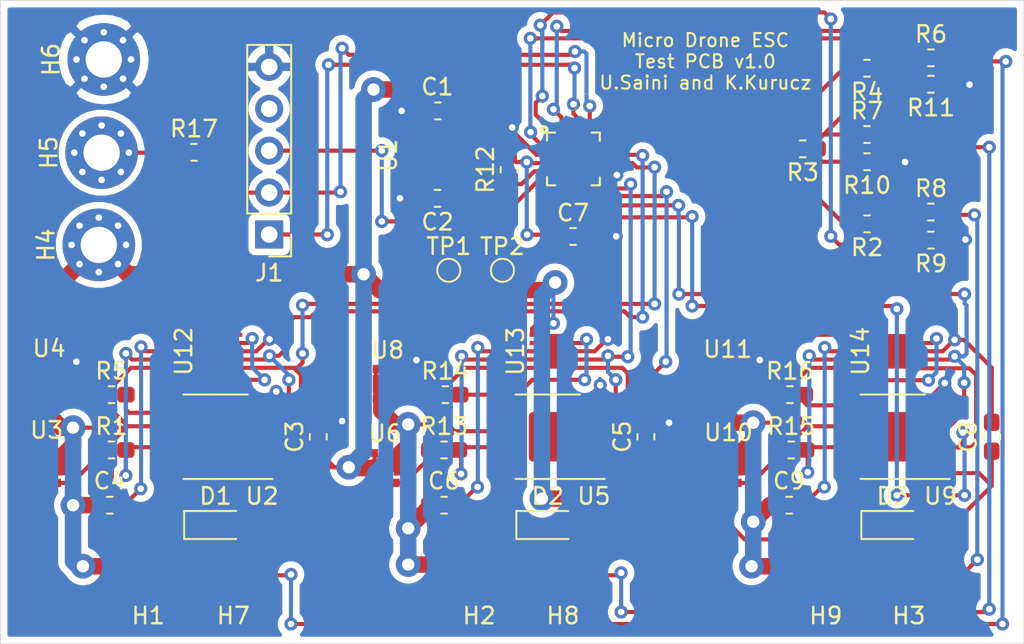
<source format=kicad_pcb>
(kicad_pcb (version 20171130) (host pcbnew "(5.1.5)-3")
  (layers (0 F.Cu signal) (31 B.Cu signal) (34 B.Paste user) (35 F.Paste user) (36 B.SilkS user) (37 F.SilkS user) (38 B.Mask user) (39 F.Mask user) (44 Edge.Cuts user))
  (net 0 "")
  (net 1 GND)
  (net 2 +12V)
  (net 3 +3V3)
  (net 4 PhaseA)
  (net 5 "Net-(C4-Pad1)")
  (net 6 PhaseB)
  (net 7 "Net-(C6-Pad1)")
  (net 8 PhaseC)
  (net 9 "Net-(C9-Pad1)")
  (net 10 "Net-(H5-Pad1)")
  (net 11 "Net-(J1-Pad4)")
  (net 12 RX)
  (net 13 TX)
  (net 14 "Net-(R1-Pad2)")
  (net 15 "Net-(R1-Pad1)")
  (net 16 VirtualGnd)
  (net 17 vdC)
  (net 18 vdB)
  (net 19 vdA)
  (net 20 "Net-(R5-Pad2)")
  (net 21 "Net-(R5-Pad1)")
  (net 22 C2CK)
  (net 23 "Net-(R13-Pad2)")
  (net 24 "Net-(R13-Pad1)")
  (net 25 "Net-(R14-Pad2)")
  (net 26 "Net-(R14-Pad1)")
  (net 27 "Net-(R15-Pad2)")
  (net 28 "Net-(R15-Pad1)")
  (net 29 "Net-(R16-Pad2)")
  (net 30 "Net-(R16-Pad1)")
  (net 31 C2D)
  (net 32 "Net-(U1-Pad3)")
  (net 33 AL)
  (net 34 AH)
  (net 35 BL)
  (net 36 BH)
  (net 37 "Net-(U7-Pad16)")
  (net 38 "Net-(U7-Pad15)")
  (net 39 CL)
  (net 40 CH)
  (net 41 "Net-(U7-Pad7)")
  (net 42 "Net-(U7-Pad19)")
  (net 43 "Net-(U12-Pad10)")
  (net 44 "Net-(U13-Pad10)")
  (net 45 "Net-(U14-Pad10)")
  (net 46 "Net-(U1-Pad4)")
  (net 47 "Net-(U12-Pad2)")
  (net 48 "Net-(U13-Pad2)")
  (net 49 "Net-(U14-Pad2)")
  (module Custom:MIC4604-TDFN2525-10 (layer F.Cu) (at 96.3 78.27 90)
    (fp_text reference U14 (at 0 -2.2 90) (layer F.SilkS))
    (fp_text value MIC4604YMT)
    (pad 1 smd rect (at 1 -1.2 90) (size 0.25 0.3) (layers F.Cu F.Paste F.Mask) (net 2 +12V))
    (pad 2 smd rect (at 0.5 -1.2 90) (size 0.25 0.3) (layers F.Cu F.Paste F.Mask) (net 49 "Net-(U14-Pad2)"))
    (pad 3 smd rect (at 0 -1.2 90) (size 0.25 0.3) (layers F.Cu F.Paste F.Mask) (net 9 "Net-(C9-Pad1)"))
    (pad 4 smd rect (at -0.5 -1.2 90) (size 0.25 0.3) (layers F.Cu F.Paste F.Mask) (net 27 "Net-(R15-Pad2)"))
    (pad 5 smd rect (at -1 -1.2 90) (size 0.25 0.3) (layers F.Cu F.Paste F.Mask) (net 8 PhaseC))
    (pad 6 smd rect (at -1 1.2 90) (size 0.25 0.3) (layers F.Cu F.Paste F.Mask) (net 40 CH))
    (pad 7 smd rect (at -0.5 1.2 90) (size 0.25 0.3) (layers F.Cu F.Paste F.Mask) (net 39 CL))
    (pad 8 smd rect (at 0 1.2 90) (size 0.25 0.3) (layers F.Cu F.Paste F.Mask) (net 1 GND))
    (pad 9 smd rect (at 0.5 1.2 90) (size 0.25 0.3) (layers F.Cu F.Paste F.Mask) (net 29 "Net-(R16-Pad2)"))
    (pad 10 smd rect (at 1 1.2 90) (size 0.25 0.3) (layers F.Cu F.Paste F.Mask) (net 45 "Net-(U14-Pad10)"))
    (pad 11 smd rect (at 0 0 90) (size 2.1 1.6) (layers F.Cu F.Paste F.Mask) (net 1 GND))
  )
  (module Custom:MIC4604-TDFN2525-10 (layer F.Cu) (at 75.4 78.27 90)
    (fp_text reference U13 (at 0 -2.2 90) (layer F.SilkS))
    (fp_text value MIC4604YMT)
    (pad 11 smd rect (at 0 0 90) (size 2.1 1.6) (layers F.Cu F.Paste F.Mask) (net 1 GND))
    (pad 10 smd rect (at 1 1.2 90) (size 0.25 0.3) (layers F.Cu F.Paste F.Mask) (net 44 "Net-(U13-Pad10)"))
    (pad 9 smd rect (at 0.5 1.2 90) (size 0.25 0.3) (layers F.Cu F.Paste F.Mask) (net 25 "Net-(R14-Pad2)"))
    (pad 8 smd rect (at 0 1.2 90) (size 0.25 0.3) (layers F.Cu F.Paste F.Mask) (net 1 GND))
    (pad 7 smd rect (at -0.5 1.2 90) (size 0.25 0.3) (layers F.Cu F.Paste F.Mask) (net 35 BL))
    (pad 6 smd rect (at -1 1.2 90) (size 0.25 0.3) (layers F.Cu F.Paste F.Mask) (net 36 BH))
    (pad 5 smd rect (at -1 -1.2 90) (size 0.25 0.3) (layers F.Cu F.Paste F.Mask) (net 6 PhaseB))
    (pad 4 smd rect (at -0.5 -1.2 90) (size 0.25 0.3) (layers F.Cu F.Paste F.Mask) (net 23 "Net-(R13-Pad2)"))
    (pad 3 smd rect (at 0 -1.2 90) (size 0.25 0.3) (layers F.Cu F.Paste F.Mask) (net 7 "Net-(C6-Pad1)"))
    (pad 2 smd rect (at 0.5 -1.2 90) (size 0.25 0.3) (layers F.Cu F.Paste F.Mask) (net 48 "Net-(U13-Pad2)"))
    (pad 1 smd rect (at 1 -1.2 90) (size 0.25 0.3) (layers F.Cu F.Paste F.Mask) (net 2 +12V))
  )
  (module Custom:MIC4604-TDFN2525-10 (layer F.Cu) (at 55.3 78.27 90)
    (fp_text reference U12 (at 0 -2.2 90) (layer F.SilkS))
    (fp_text value MIC4604YMT)
    (pad 11 smd rect (at 0 0 90) (size 2.1 1.6) (layers F.Cu F.Paste F.Mask) (net 1 GND))
    (pad 10 smd rect (at 1 1.2 90) (size 0.25 0.3) (layers F.Cu F.Paste F.Mask) (net 43 "Net-(U12-Pad10)"))
    (pad 9 smd rect (at 0.5 1.2 90) (size 0.25 0.3) (layers F.Cu F.Paste F.Mask) (net 20 "Net-(R5-Pad2)"))
    (pad 8 smd rect (at 0 1.2 90) (size 0.25 0.3) (layers F.Cu F.Paste F.Mask) (net 1 GND))
    (pad 7 smd rect (at -0.5 1.2 90) (size 0.25 0.3) (layers F.Cu F.Paste F.Mask) (net 33 AL))
    (pad 6 smd rect (at -1 1.2 90) (size 0.25 0.3) (layers F.Cu F.Paste F.Mask) (net 34 AH))
    (pad 5 smd rect (at -1 -1.2 90) (size 0.25 0.3) (layers F.Cu F.Paste F.Mask) (net 4 PhaseA))
    (pad 4 smd rect (at -0.5 -1.2 90) (size 0.25 0.3) (layers F.Cu F.Paste F.Mask) (net 14 "Net-(R1-Pad2)"))
    (pad 3 smd rect (at 0 -1.2 90) (size 0.25 0.3) (layers F.Cu F.Paste F.Mask) (net 5 "Net-(C4-Pad1)"))
    (pad 2 smd rect (at 0.5 -1.2 90) (size 0.25 0.3) (layers F.Cu F.Paste F.Mask) (net 47 "Net-(U12-Pad2)"))
    (pad 1 smd rect (at 1 -1.2 90) (size 0.25 0.3) (layers F.Cu F.Paste F.Mask) (net 2 +12V))
  )
  (module Resistor_SMD:R_0603_1608Metric_Pad1.05x0.95mm_HandSolder (layer F.Cu) (at 94.495 65.13)
    (fp_text reference R7 (at 0 -1.43) (layer F.SilkS))
    (fp_text value 10k)
    (pad 2 smd roundrect (at 0.875 0) (size 1.05 0.95) (layers F.Cu F.Paste F.Mask) (net 6 PhaseB))
    (pad 1 smd roundrect (at -0.875 0) (size 1.05 0.95) (layers F.Cu F.Paste F.Mask) (net 18 vdB))
  )
  (module Resistor_SMD:R_0603_1608Metric_Pad1.05x0.95mm_HandSolder (layer F.Cu) (at 53.725 66.21)
    (fp_text reference R17 (at 0 -1.43) (layer F.SilkS))
    (fp_text value 1k)
    (pad 2 smd roundrect (at 0.875 0) (size 1.05 0.95) (layers F.Cu F.Paste F.Mask) (net 12 RX))
    (pad 1 smd roundrect (at -0.875 0) (size 1.05 0.95) (layers F.Cu F.Paste F.Mask) (net 10 "Net-(H5-Pad1)"))
  )
  (module Resistor_SMD:R_0603_1608Metric_Pad1.05x0.95mm_HandSolder (layer F.Cu) (at 89.825 80.9)
    (fp_text reference R16 (at 0 -1.43) (layer F.SilkS))
    (fp_text value 100)
    (pad 2 smd roundrect (at 0.875 0) (size 1.05 0.95) (layers F.Cu F.Paste F.Mask) (net 29 "Net-(R16-Pad2)"))
    (pad 1 smd roundrect (at -0.875 0) (size 1.05 0.95) (layers F.Cu F.Paste F.Mask) (net 30 "Net-(R16-Pad1)"))
  )
  (module Resistor_SMD:R_0603_1608Metric_Pad1.05x0.95mm_HandSolder (layer F.Cu) (at 89.9 84.25)
    (fp_text reference R15 (at 0 -1.43) (layer F.SilkS))
    (fp_text value 100)
    (pad 2 smd roundrect (at 0.875 0) (size 1.05 0.95) (layers F.Cu F.Paste F.Mask) (net 27 "Net-(R15-Pad2)"))
    (pad 1 smd roundrect (at -0.875 0) (size 1.05 0.95) (layers F.Cu F.Paste F.Mask) (net 28 "Net-(R15-Pad1)"))
  )
  (module Resistor_SMD:R_0603_1608Metric_Pad1.05x0.95mm_HandSolder (layer F.Cu) (at 68.95 80.9)
    (fp_text reference R14 (at 0 -1.43) (layer F.SilkS))
    (fp_text value 100)
    (pad 2 smd roundrect (at 0.875 0) (size 1.05 0.95) (layers F.Cu F.Paste F.Mask) (net 25 "Net-(R14-Pad2)"))
    (pad 1 smd roundrect (at -0.875 0) (size 1.05 0.95) (layers F.Cu F.Paste F.Mask) (net 26 "Net-(R14-Pad1)"))
  )
  (module Resistor_SMD:R_0603_1608Metric_Pad1.05x0.95mm_HandSolder (layer F.Cu) (at 68.875 84.25)
    (fp_text reference R13 (at 0 -1.43) (layer F.SilkS))
    (fp_text value 100)
    (pad 2 smd roundrect (at 0.875 0) (size 1.05 0.95) (layers F.Cu F.Paste F.Mask) (net 23 "Net-(R13-Pad2)"))
    (pad 1 smd roundrect (at -0.875 0) (size 1.05 0.95) (layers F.Cu F.Paste F.Mask) (net 24 "Net-(R13-Pad1)"))
  )
  (module Resistor_SMD:R_0603_1608Metric_Pad1.05x0.95mm_HandSolder (layer F.Cu) (at 72.81 67.26 90)
    (fp_text reference R12 (at 0 -1.43 90) (layer F.SilkS))
    (fp_text value 1k)
    (pad 2 smd roundrect (at 0.875 0 90) (size 1.05 0.95) (layers F.Cu F.Paste F.Mask) (net 3 +3V3))
    (pad 1 smd roundrect (at -0.875 0 90) (size 1.05 0.95) (layers F.Cu F.Paste F.Mask) (net 22 C2CK))
  )
  (module Resistor_SMD:R_0603_1608Metric_Pad1.05x0.95mm_HandSolder (layer F.Cu) (at 98.365 62.08 180)
    (fp_text reference R11 (at 0 -1.43) (layer F.SilkS))
    (fp_text value 2.2k)
    (pad 2 smd roundrect (at 0.875 0 180) (size 1.05 0.95) (layers F.Cu F.Paste F.Mask) (net 19 vdA))
    (pad 1 smd roundrect (at -0.875 0 180) (size 1.05 0.95) (layers F.Cu F.Paste F.Mask) (net 1 GND))
  )
  (module Resistor_SMD:R_0603_1608Metric_Pad1.05x0.95mm_HandSolder (layer F.Cu) (at 94.495 66.78 180)
    (fp_text reference R10 (at 0 -1.43) (layer F.SilkS))
    (fp_text value 2.2k)
    (pad 2 smd roundrect (at 0.875 0 180) (size 1.05 0.95) (layers F.Cu F.Paste F.Mask) (net 18 vdB))
    (pad 1 smd roundrect (at -0.875 0 180) (size 1.05 0.95) (layers F.Cu F.Paste F.Mask) (net 1 GND))
  )
  (module Resistor_SMD:R_0603_1608Metric_Pad1.05x0.95mm_HandSolder (layer F.Cu) (at 98.365 71.53 180)
    (fp_text reference R9 (at 0 -1.43) (layer F.SilkS))
    (fp_text value 2.2k)
    (pad 2 smd roundrect (at 0.875 0 180) (size 1.05 0.95) (layers F.Cu F.Paste F.Mask) (net 17 vdC))
    (pad 1 smd roundrect (at -0.875 0 180) (size 1.05 0.95) (layers F.Cu F.Paste F.Mask) (net 1 GND))
  )
  (module Resistor_SMD:R_0603_1608Metric_Pad1.05x0.95mm_HandSolder (layer F.Cu) (at 98.365 69.83)
    (fp_text reference R8 (at 0 -1.43) (layer F.SilkS))
    (fp_text value 10k)
    (pad 2 smd roundrect (at 0.875 0) (size 1.05 0.95) (layers F.Cu F.Paste F.Mask) (net 8 PhaseC))
    (pad 1 smd roundrect (at -0.875 0) (size 1.05 0.95) (layers F.Cu F.Paste F.Mask) (net 17 vdC))
  )
  (module Resistor_SMD:R_0603_1608Metric_Pad1.05x0.95mm_HandSolder (layer F.Cu) (at 98.365 60.48)
    (fp_text reference R6 (at 0 -1.43) (layer F.SilkS))
    (fp_text value 10k)
    (pad 2 smd roundrect (at 0.875 0) (size 1.05 0.95) (layers F.Cu F.Paste F.Mask) (net 4 PhaseA))
    (pad 1 smd roundrect (at -0.875 0) (size 1.05 0.95) (layers F.Cu F.Paste F.Mask) (net 19 vdA))
  )
  (module Resistor_SMD:R_0603_1608Metric_Pad1.05x0.95mm_HandSolder (layer F.Cu) (at 48.725 80.9)
    (fp_text reference R5 (at 0 -1.43) (layer F.SilkS))
    (fp_text value 100)
    (pad 2 smd roundrect (at 0.875 0) (size 1.05 0.95) (layers F.Cu F.Paste F.Mask) (net 20 "Net-(R5-Pad2)"))
    (pad 1 smd roundrect (at -0.875 0) (size 1.05 0.95) (layers F.Cu F.Paste F.Mask) (net 21 "Net-(R5-Pad1)"))
  )
  (module Resistor_SMD:R_0603_1608Metric_Pad1.05x0.95mm_HandSolder (layer F.Cu) (at 94.495 61.11 180)
    (fp_text reference R4 (at 0 -1.43) (layer F.SilkS))
    (fp_text value 10k)
    (pad 2 smd roundrect (at 0.875 0 180) (size 1.05 0.95) (layers F.Cu F.Paste F.Mask) (net 16 VirtualGnd))
    (pad 1 smd roundrect (at -0.875 0 180) (size 1.05 0.95) (layers F.Cu F.Paste F.Mask) (net 19 vdA))
  )
  (module Resistor_SMD:R_0603_1608Metric_Pad1.05x0.95mm_HandSolder (layer F.Cu) (at 90.6 66 180)
    (fp_text reference R3 (at 0 -1.43) (layer F.SilkS))
    (fp_text value 10k)
    (pad 2 smd roundrect (at 0.875 0 180) (size 1.05 0.95) (layers F.Cu F.Paste F.Mask) (net 16 VirtualGnd))
    (pad 1 smd roundrect (at -0.875 0 180) (size 1.05 0.95) (layers F.Cu F.Paste F.Mask) (net 18 vdB))
  )
  (module Resistor_SMD:R_0603_1608Metric_Pad1.05x0.95mm_HandSolder (layer F.Cu) (at 94.495 70.55 180)
    (fp_text reference R2 (at 0 -1.43) (layer F.SilkS))
    (fp_text value 10k)
    (pad 2 smd roundrect (at 0.875 0 180) (size 1.05 0.95) (layers F.Cu F.Paste F.Mask) (net 16 VirtualGnd))
    (pad 1 smd roundrect (at -0.875 0 180) (size 1.05 0.95) (layers F.Cu F.Paste F.Mask) (net 17 vdC))
  )
  (module Resistor_SMD:R_0603_1608Metric_Pad1.05x0.95mm_HandSolder (layer F.Cu) (at 48.725 84.25)
    (fp_text reference R1 (at 0 -1.43) (layer F.SilkS))
    (fp_text value 100)
    (pad 2 smd roundrect (at 0.875 0) (size 1.05 0.95) (layers F.Cu F.Paste F.Mask) (net 14 "Net-(R1-Pad2)"))
    (pad 1 smd roundrect (at -0.875 0) (size 1.05 0.95) (layers F.Cu F.Paste F.Mask) (net 15 "Net-(R1-Pad1)"))
  )
  (module Capacitor_SMD:C_0603_1608Metric_Pad1.05x0.95mm_HandSolder (layer F.Cu) (at 89.775 87.6 180)
    (fp_text reference C9 (at 0 1.47) (layer F.SilkS))
    (fp_text value 2.2uF)
    (pad 2 smd roundrect (at 0.875 0 180) (size 1.05 0.95) (layers F.Cu F.Paste F.Mask) (net 8 PhaseC))
    (pad 1 smd roundrect (at -0.875 0 180) (size 1.05 0.95) (layers F.Cu F.Paste F.Mask) (net 9 "Net-(C9-Pad1)"))
  )
  (module Capacitor_SMD:C_0603_1608Metric_Pad1.05x0.95mm_HandSolder (layer F.Cu) (at 102.05 83.45 90)
    (fp_text reference C8 (at 0 -1.43 90) (layer F.SilkS))
    (fp_text value 10uF)
    (pad 1 smd roundrect (at -0.875 0 90) (size 1.05 0.95) (layers F.Cu F.Paste F.Mask) (net 2 +12V))
    (pad 2 smd roundrect (at 0.875 0 90) (size 1.05 0.95) (layers F.Cu F.Paste F.Mask) (net 1 GND))
  )
  (module Capacitor_SMD:C_0603_1608Metric_Pad1.05x0.95mm_HandSolder (layer F.Cu) (at 76.685 71.31)
    (fp_text reference C7 (at 0 -1.43) (layer F.SilkS))
    (fp_text value 100nF)
    (pad 2 smd roundrect (at 0.875 0) (size 1.05 0.95) (layers F.Cu F.Paste F.Mask) (net 1 GND))
    (pad 1 smd roundrect (at -0.875 0) (size 1.05 0.95) (layers F.Cu F.Paste F.Mask) (net 3 +3V3))
  )
  (module Capacitor_SMD:C_0603_1608Metric_Pad1.05x0.95mm_HandSolder (layer F.Cu) (at 68.875 87.6 180)
    (fp_text reference C6 (at 0 1.47) (layer F.SilkS))
    (fp_text value 2.2uF)
    (pad 2 smd roundrect (at 0.875 0 180) (size 1.05 0.95) (layers F.Cu F.Paste F.Mask) (net 6 PhaseB))
    (pad 1 smd roundrect (at -0.875 0 180) (size 1.05 0.95) (layers F.Cu F.Paste F.Mask) (net 7 "Net-(C6-Pad1)"))
  )
  (module Capacitor_SMD:C_0603_1608Metric_Pad1.05x0.95mm_HandSolder (layer F.Cu) (at 81.1 83.45 90)
    (fp_text reference C5 (at 0 -1.43 90) (layer F.SilkS))
    (fp_text value 10uF)
    (pad 2 smd roundrect (at 0.875 0 90) (size 1.05 0.95) (layers F.Cu F.Paste F.Mask) (net 1 GND))
    (pad 1 smd roundrect (at -0.875 0 90) (size 1.05 0.95) (layers F.Cu F.Paste F.Mask) (net 2 +12V))
  )
  (module Capacitor_SMD:C_0603_1608Metric_Pad1.05x0.95mm_HandSolder (layer F.Cu) (at 48.625 87.6 180)
    (fp_text reference C4 (at 0 1.47) (layer F.SilkS))
    (fp_text value 2.2uF)
    (pad 2 smd roundrect (at 0.875 0 180) (size 1.05 0.95) (layers F.Cu F.Paste F.Mask) (net 4 PhaseA))
    (pad 1 smd roundrect (at -0.875 0 180) (size 1.05 0.95) (layers F.Cu F.Paste F.Mask) (net 5 "Net-(C4-Pad1)"))
  )
  (module Capacitor_SMD:C_0603_1608Metric_Pad1.05x0.95mm_HandSolder (layer F.Cu) (at 61.25 83.45 90)
    (fp_text reference C3 (at 0 -1.43 90) (layer F.SilkS))
    (fp_text value 10uF)
    (pad 2 smd roundrect (at 0.875 0 90) (size 1.05 0.95) (layers F.Cu F.Paste F.Mask) (net 1 GND))
    (pad 1 smd roundrect (at -0.875 0 90) (size 1.05 0.95) (layers F.Cu F.Paste F.Mask) (net 2 +12V))
  )
  (module Capacitor_SMD:C_0603_1608Metric_Pad1.05x0.95mm_HandSolder (layer F.Cu) (at 68.475 69 180)
    (fp_text reference C2 (at 0 -1.43) (layer F.SilkS))
    (fp_text value 10uF)
    (pad 2 smd roundrect (at 0.875 0 180) (size 1.05 0.95) (layers F.Cu F.Paste F.Mask) (net 1 GND))
    (pad 1 smd roundrect (at -0.875 0 180) (size 1.05 0.95) (layers F.Cu F.Paste F.Mask) (net 3 +3V3))
  )
  (module Capacitor_SMD:C_0603_1608Metric_Pad1.05x0.95mm_HandSolder (layer F.Cu) (at 68.5 63.7 180)
    (fp_text reference C1 (at 0.035 1.46) (layer F.SilkS))
    (fp_text value 10uF)
    (pad 2 smd roundrect (at 0.875 0 180) (size 1.05 0.95) (layers F.Cu F.Paste F.Mask) (net 1 GND))
    (pad 1 smd roundrect (at -0.875 0 180) (size 1.05 0.95) (layers F.Cu F.Paste F.Mask) (net 2 +12V))
  )
  (module Custom:RF4E110GN_DFN2020-8S (layer F.Cu) (at 86.05 80.25)
    (fp_text reference U11 (at 0 -2.1) (layer F.SilkS))
    (fp_text value RF4E110GN)
    (pad 7 smd rect (at -0.325 0) (size 1.05 1.075) (layers F.Cu F.Paste F.Mask) (net 8 PhaseC))
    (pad 1 smd rect (at -0.65 0.9) (size 0.4 0.5) (layers F.Cu F.Paste F.Mask) (net 8 PhaseC))
    (pad 2 smd rect (at 0 0.9) (size 0.4 0.5) (layers F.Cu F.Paste F.Mask) (net 8 PhaseC))
    (pad 3 smd rect (at 0.65 0.9) (size 0.4 0.5) (layers F.Cu F.Paste F.Mask) (net 30 "Net-(R16-Pad1)"))
    (pad 4 smd rect (at 0.65 -0.9) (size 0.4 0.5) (layers F.Cu F.Paste F.Mask) (net 1 GND))
    (pad 5 smd rect (at 0 -0.9) (size 0.4 0.5) (layers F.Cu F.Paste F.Mask) (net 8 PhaseC))
    (pad 6 smd rect (at -0.65 -0.9) (size 0.4 0.5) (layers F.Cu F.Paste F.Mask) (net 8 PhaseC))
    (pad 8 smd rect (at 0.65 0) (size 0.285 0.92) (layers F.Cu F.Paste F.Mask) (net 1 GND))
  )
  (module Custom:RF4E110GN_DFN2020-8S (layer F.Cu) (at 86.05 85.35)
    (fp_text reference U10 (at 0.05 -2.15) (layer F.SilkS))
    (fp_text value RF4E110GN)
    (pad 7 smd rect (at -0.325 0) (size 1.05 1.075) (layers F.Cu F.Paste F.Mask) (net 2 +12V))
    (pad 1 smd rect (at -0.65 0.9) (size 0.4 0.5) (layers F.Cu F.Paste F.Mask) (net 2 +12V))
    (pad 2 smd rect (at 0 0.9) (size 0.4 0.5) (layers F.Cu F.Paste F.Mask) (net 2 +12V))
    (pad 3 smd rect (at 0.65 0.9) (size 0.4 0.5) (layers F.Cu F.Paste F.Mask) (net 28 "Net-(R15-Pad1)"))
    (pad 4 smd rect (at 0.65 -0.9) (size 0.4 0.5) (layers F.Cu F.Paste F.Mask) (net 8 PhaseC))
    (pad 5 smd rect (at 0 -0.9) (size 0.4 0.5) (layers F.Cu F.Paste F.Mask) (net 2 +12V))
    (pad 6 smd rect (at -0.65 -0.9) (size 0.4 0.5) (layers F.Cu F.Paste F.Mask) (net 2 +12V))
    (pad 8 smd rect (at 0.65 0) (size 0.285 0.92) (layers F.Cu F.Paste F.Mask) (net 8 PhaseC))
  )
  (module Package_SO:SOIC-8-1EP_3.9x4.9mm_P1.27mm_EP2.29x3mm (layer F.Cu) (at 96.05 83.45 180)
    (fp_text reference U9 (at -2.9 -3.6) (layer F.SilkS))
    (fp_text value IR2101)
    (pad 8 smd roundrect (at 2.475 -1.905 180) (size 1.95 0.6) (layers F.Cu F.Paste F.Mask) (net 9 "Net-(C9-Pad1)"))
    (pad 7 smd roundrect (at 2.475 -0.635 180) (size 1.95 0.6) (layers F.Cu F.Paste F.Mask) (net 27 "Net-(R15-Pad2)"))
    (pad 6 smd roundrect (at 2.475 0.635 180) (size 1.95 0.6) (layers F.Cu F.Paste F.Mask) (net 8 PhaseC))
    (pad 5 smd roundrect (at 2.475 1.905 180) (size 1.95 0.6) (layers F.Cu F.Paste F.Mask) (net 29 "Net-(R16-Pad2)"))
    (pad 4 smd roundrect (at -2.475 1.905 180) (size 1.95 0.6) (layers F.Cu F.Paste F.Mask) (net 1 GND))
    (pad 3 smd roundrect (at -2.475 0.635 180) (size 1.95 0.6) (layers F.Cu F.Paste F.Mask) (net 39 CL))
    (pad 2 smd roundrect (at -2.475 -0.635 180) (size 1.95 0.6) (layers F.Cu F.Paste F.Mask) (net 40 CH))
    (pad 1 smd roundrect (at -2.475 -1.905 180) (size 1.95 0.6) (layers F.Cu F.Paste F.Mask) (net 2 +12V))
    (pad 9 smd roundrect (at 0 0 180) (size 2.29 3) (layers F.Cu F.Mask) (roundrect_rratio 0.10917))
  )
  (module Custom:RF4E110GN_DFN2020-8S (layer F.Cu) (at 65.4 80.25)
    (fp_text reference U8 (at 0.05 -2.05) (layer F.SilkS))
    (fp_text value RF4E110GN)
    (pad 7 smd rect (at -0.325 0) (size 1.05 1.075) (layers F.Cu F.Paste F.Mask) (net 6 PhaseB))
    (pad 1 smd rect (at -0.65 0.9) (size 0.4 0.5) (layers F.Cu F.Paste F.Mask) (net 6 PhaseB))
    (pad 2 smd rect (at 0 0.9) (size 0.4 0.5) (layers F.Cu F.Paste F.Mask) (net 6 PhaseB))
    (pad 3 smd rect (at 0.65 0.9) (size 0.4 0.5) (layers F.Cu F.Paste F.Mask) (net 26 "Net-(R14-Pad1)"))
    (pad 4 smd rect (at 0.65 -0.9) (size 0.4 0.5) (layers F.Cu F.Paste F.Mask) (net 1 GND))
    (pad 5 smd rect (at 0 -0.9) (size 0.4 0.5) (layers F.Cu F.Paste F.Mask) (net 6 PhaseB))
    (pad 6 smd rect (at -0.65 -0.9) (size 0.4 0.5) (layers F.Cu F.Paste F.Mask) (net 6 PhaseB))
    (pad 8 smd rect (at 0.65 0) (size 0.285 0.92) (layers F.Cu F.Paste F.Mask) (net 1 GND))
  )
  (module EFM8BB21F16I-C-QFN20:IC_EFM8BB21F16I-C-QFN20 (layer F.Cu) (at 76.71 66.61)
    (fp_text reference U7 (at 0.39299 -3.42253) (layer F.SilkS) (effects (font (size 1.001449 1.001449) (thickness 0.015))))
    (fp_text value EFM8BB21F16I-C-QFN20)
    (pad 21 smd rect (at 0 0) (size 1.8 1.8) (layers F.Cu F.Mask) (net 1 GND))
    (pad 20 smd rect (at -0.75 -1.55) (size 0.3 0.9) (layers F.Cu F.Paste F.Mask) (net 19 vdA))
    (pad 19 smd rect (at -0.25 -1.55) (size 0.3 0.9) (layers F.Cu F.Paste F.Mask) (net 42 "Net-(U7-Pad19)"))
    (pad 18 smd rect (at 0.25 -1.55) (size 0.3 0.9) (layers F.Cu F.Paste F.Mask) (net 13 TX))
    (pad 17 smd rect (at 0.75 -1.55) (size 0.3 0.9) (layers F.Cu F.Paste F.Mask) (net 12 RX))
    (pad 16 smd rect (at 1.25 -1.25) (size 0.3 0.3) (layers F.Cu F.Paste F.Mask) (net 37 "Net-(U7-Pad16)"))
    (pad 15 smd rect (at 1.55 -0.75) (size 0.9 0.3) (layers F.Cu F.Paste F.Mask) (net 38 "Net-(U7-Pad15)"))
    (pad 14 smd rect (at 1.55 -0.25) (size 0.9 0.3) (layers F.Cu F.Paste F.Mask) (net 33 AL))
    (pad 13 smd rect (at 1.55 0.25) (size 0.9 0.3) (layers F.Cu F.Paste F.Mask) (net 34 AH))
    (pad 12 smd rect (at 1.55 0.75) (size 0.9 0.3) (layers F.Cu F.Paste F.Mask) (net 1 GND))
    (pad 11 smd rect (at 1.25 1.25) (size 0.3 0.3) (layers F.Cu F.Paste F.Mask) (net 35 BL))
    (pad 10 smd rect (at 0.75 1.55) (size 0.3 0.9) (layers F.Cu F.Paste F.Mask) (net 36 BH))
    (pad 9 smd rect (at 0.25 1.55) (size 0.3 0.9) (layers F.Cu F.Paste F.Mask) (net 39 CL))
    (pad 8 smd rect (at -0.25 1.55) (size 0.3 0.9) (layers F.Cu F.Paste F.Mask) (net 40 CH))
    (pad 7 smd rect (at -0.75 1.55) (size 0.3 0.9) (layers F.Cu F.Paste F.Mask) (net 41 "Net-(U7-Pad7)"))
    (pad 6 smd rect (at -1.25 1.25) (size 0.3 0.3) (layers F.Cu F.Paste F.Mask) (net 31 C2D))
    (pad 5 smd rect (at -1.55 0.75) (size 0.9 0.3) (layers F.Cu F.Paste F.Mask) (net 22 C2CK))
    (pad 4 smd rect (at -1.55 0.25) (size 0.9 0.3) (layers F.Cu F.Paste F.Mask) (net 3 +3V3))
    (pad 3 smd rect (at -1.55 -0.25) (size 0.9 0.3) (layers F.Cu F.Paste F.Mask) (net 1 GND))
    (pad 2 smd rect (at -1.55 -0.75) (size 0.9 0.3) (layers F.Cu F.Paste F.Mask) (net 18 vdB))
    (pad 1 smd rect (at -1.25 -1.25) (size 0.3 0.3) (layers F.Cu F.Paste F.Mask) (net 17 vdC))
  )
  (module Custom:RF4E110GN_DFN2020-8S (layer F.Cu) (at 65.325 85.35)
    (fp_text reference U6 (at -0.025 -2.1) (layer F.SilkS))
    (fp_text value RF4E110GN)
    (pad 7 smd rect (at -0.325 0) (size 1.05 1.075) (layers F.Cu F.Paste F.Mask) (net 2 +12V))
    (pad 1 smd rect (at -0.65 0.9) (size 0.4 0.5) (layers F.Cu F.Paste F.Mask) (net 2 +12V))
    (pad 2 smd rect (at 0 0.9) (size 0.4 0.5) (layers F.Cu F.Paste F.Mask) (net 2 +12V))
    (pad 3 smd rect (at 0.65 0.9) (size 0.4 0.5) (layers F.Cu F.Paste F.Mask) (net 24 "Net-(R13-Pad1)"))
    (pad 4 smd rect (at 0.65 -0.9) (size 0.4 0.5) (layers F.Cu F.Paste F.Mask) (net 6 PhaseB))
    (pad 5 smd rect (at 0 -0.9) (size 0.4 0.5) (layers F.Cu F.Paste F.Mask) (net 2 +12V))
    (pad 6 smd rect (at -0.65 -0.9) (size 0.4 0.5) (layers F.Cu F.Paste F.Mask) (net 2 +12V))
    (pad 8 smd rect (at 0.65 0) (size 0.285 0.92) (layers F.Cu F.Paste F.Mask) (net 6 PhaseB))
  )
  (module Package_SO:SOIC-8-1EP_3.9x4.9mm_P1.27mm_EP2.29x3mm (layer F.Cu) (at 75.15 83.45 180)
    (fp_text reference U5 (at -2.8 -3.6) (layer F.SilkS))
    (fp_text value IR2101)
    (pad 8 smd roundrect (at 2.475 -1.905 180) (size 1.95 0.6) (layers F.Cu F.Paste F.Mask) (net 7 "Net-(C6-Pad1)"))
    (pad 7 smd roundrect (at 2.475 -0.635 180) (size 1.95 0.6) (layers F.Cu F.Paste F.Mask) (net 23 "Net-(R13-Pad2)"))
    (pad 6 smd roundrect (at 2.475 0.635 180) (size 1.95 0.6) (layers F.Cu F.Paste F.Mask) (net 6 PhaseB))
    (pad 5 smd roundrect (at 2.475 1.905 180) (size 1.95 0.6) (layers F.Cu F.Paste F.Mask) (net 25 "Net-(R14-Pad2)"))
    (pad 4 smd roundrect (at -2.475 1.905 180) (size 1.95 0.6) (layers F.Cu F.Paste F.Mask) (net 1 GND))
    (pad 3 smd roundrect (at -2.475 0.635 180) (size 1.95 0.6) (layers F.Cu F.Paste F.Mask) (net 35 BL))
    (pad 2 smd roundrect (at -2.475 -0.635 180) (size 1.95 0.6) (layers F.Cu F.Paste F.Mask) (net 36 BH))
    (pad 1 smd roundrect (at -2.475 -1.905 180) (size 1.95 0.6) (layers F.Cu F.Paste F.Mask) (net 2 +12V))
    (pad 9 smd roundrect (at 0 0 180) (size 2.29 3) (layers F.Cu F.Mask) (roundrect_rratio 0.10917))
  )
  (module Custom:RF4E110GN_DFN2020-8S (layer F.Cu) (at 45 80.25)
    (fp_text reference U4 (at -0.05 -2.15) (layer F.SilkS))
    (fp_text value RF4E110GN)
    (pad 7 smd rect (at -0.325 0) (size 1.05 1.075) (layers F.Cu F.Paste F.Mask) (net 4 PhaseA))
    (pad 1 smd rect (at -0.65 0.9) (size 0.4 0.5) (layers F.Cu F.Paste F.Mask) (net 4 PhaseA))
    (pad 2 smd rect (at 0 0.9) (size 0.4 0.5) (layers F.Cu F.Paste F.Mask) (net 4 PhaseA))
    (pad 3 smd rect (at 0.65 0.9) (size 0.4 0.5) (layers F.Cu F.Paste F.Mask) (net 21 "Net-(R5-Pad1)"))
    (pad 4 smd rect (at 0.65 -0.9) (size 0.4 0.5) (layers F.Cu F.Paste F.Mask) (net 1 GND))
    (pad 5 smd rect (at 0 -0.9) (size 0.4 0.5) (layers F.Cu F.Paste F.Mask) (net 4 PhaseA))
    (pad 6 smd rect (at -0.65 -0.9) (size 0.4 0.5) (layers F.Cu F.Paste F.Mask) (net 4 PhaseA))
    (pad 8 smd rect (at 0.65 0) (size 0.285 0.92) (layers F.Cu F.Paste F.Mask) (net 1 GND))
  )
  (module Custom:RF4E110GN_DFN2020-8S (layer F.Cu) (at 44.825 85.35)
    (fp_text reference U3 (at -0.025 -2.3) (layer F.SilkS))
    (fp_text value RF4E110GN)
    (pad 7 smd rect (at -0.325 0) (size 1.05 1.075) (layers F.Cu F.Paste F.Mask) (net 2 +12V))
    (pad 1 smd rect (at -0.65 0.9) (size 0.4 0.5) (layers F.Cu F.Paste F.Mask) (net 2 +12V))
    (pad 2 smd rect (at 0 0.9) (size 0.4 0.5) (layers F.Cu F.Paste F.Mask) (net 2 +12V))
    (pad 3 smd rect (at 0.65 0.9) (size 0.4 0.5) (layers F.Cu F.Paste F.Mask) (net 15 "Net-(R1-Pad1)"))
    (pad 4 smd rect (at 0.65 -0.9) (size 0.4 0.5) (layers F.Cu F.Paste F.Mask) (net 4 PhaseA))
    (pad 5 smd rect (at 0 -0.9) (size 0.4 0.5) (layers F.Cu F.Paste F.Mask) (net 2 +12V))
    (pad 6 smd rect (at -0.65 -0.9) (size 0.4 0.5) (layers F.Cu F.Paste F.Mask) (net 2 +12V))
    (pad 8 smd rect (at 0.65 0) (size 0.285 0.92) (layers F.Cu F.Paste F.Mask) (net 4 PhaseA))
  )
  (module Package_SO:SOIC-8-1EP_3.9x4.9mm_P1.27mm_EP2.29x3mm (layer F.Cu) (at 55.03 83.45 180)
    (fp_text reference U2 (at -2.82 -3.6) (layer F.SilkS))
    (fp_text value IR2101)
    (pad 8 smd roundrect (at 2.475 -1.905 180) (size 1.95 0.6) (layers F.Cu F.Paste F.Mask) (net 5 "Net-(C4-Pad1)"))
    (pad 7 smd roundrect (at 2.475 -0.635 180) (size 1.95 0.6) (layers F.Cu F.Paste F.Mask) (net 14 "Net-(R1-Pad2)"))
    (pad 6 smd roundrect (at 2.475 0.635 180) (size 1.95 0.6) (layers F.Cu F.Paste F.Mask) (net 4 PhaseA))
    (pad 5 smd roundrect (at 2.475 1.905 180) (size 1.95 0.6) (layers F.Cu F.Paste F.Mask) (net 20 "Net-(R5-Pad2)"))
    (pad 4 smd roundrect (at -2.475 1.905 180) (size 1.95 0.6) (layers F.Cu F.Paste F.Mask) (net 1 GND))
    (pad 3 smd roundrect (at -2.475 0.635 180) (size 1.95 0.6) (layers F.Cu F.Paste F.Mask) (net 33 AL))
    (pad 2 smd roundrect (at -2.475 -0.635 180) (size 1.95 0.6) (layers F.Cu F.Paste F.Mask) (net 34 AH))
    (pad 1 smd roundrect (at -2.475 -1.905 180) (size 1.95 0.6) (layers F.Cu F.Paste F.Mask) (net 2 +12V))
    (pad 9 smd roundrect (at 0 0 180) (size 2.29 3) (layers F.Cu F.Mask) (roundrect_rratio 0.10917))
  )
  (module Custom:AP7370_SOT25W5 (layer F.Cu) (at 67.61 66.36)
    (fp_text reference U1 (at -2.11 0.04 90) (layer F.SilkS))
    (fp_text value AP7370-33W5-7)
    (pad 4 smd rect (at -0.95 1.2) (size 0.55 0.8) (layers F.Cu F.Paste F.Mask) (net 46 "Net-(U1-Pad4)"))
    (pad 5 smd rect (at 0.95 1.2) (size 0.55 0.8) (layers F.Cu F.Paste F.Mask) (net 3 +3V3))
    (pad 3 smd rect (at -0.95 -1.2) (size 0.55 0.8) (layers F.Cu F.Paste F.Mask) (net 32 "Net-(U1-Pad3)"))
    (pad 2 smd rect (at 0 -1.2) (size 0.55 0.8) (layers F.Cu F.Paste F.Mask) (net 1 GND))
    (pad 1 smd rect (at 0.95 -1.2) (size 0.55 0.8) (layers F.Cu F.Paste F.Mask) (net 2 +12V))
  )
  (module TestPoint:TestPoint_Pad_D1.0mm (layer F.Cu) (at 72.41 73.36)
    (fp_text reference TP2 (at 0 -1.448) (layer F.SilkS))
    (fp_text value TestPoint)
    (pad 1 smd circle (at 0 0) (size 1 1) (layers F.Cu F.Mask) (net 31 C2D))
  )
  (module TestPoint:TestPoint_Pad_D1.0mm (layer F.Cu) (at 69.16 73.36)
    (fp_text reference TP1 (at 0 -1.448) (layer F.SilkS))
    (fp_text value TestPoint)
    (pad 1 smd circle (at 0 0) (size 1 1) (layers F.Cu F.Mask) (net 22 C2CK))
  )
  (module Connector_PinHeader_2.54mm:PinHeader_1x05_P2.54mm_Vertical (layer F.Cu) (at 58.28 71.19 180)
    (fp_text reference J1 (at 0 -2.33) (layer F.SilkS))
    (fp_text value Conn_01x05)
    (pad 5 thru_hole oval (at 0 10.16 180) (size 1.7 1.7) (drill 1) (layers *.Cu *.Mask) (net 1 GND))
    (pad 4 thru_hole oval (at 0 7.62 180) (size 1.7 1.7) (drill 1) (layers *.Cu *.Mask) (net 11 "Net-(J1-Pad4)"))
    (pad 3 thru_hole oval (at 0 5.08 180) (size 1.7 1.7) (drill 1) (layers *.Cu *.Mask) (net 3 +3V3))
    (pad 2 thru_hole oval (at 0 2.54 180) (size 1.7 1.7) (drill 1) (layers *.Cu *.Mask) (net 12 RX))
    (pad 1 thru_hole rect (at 0 0 180) (size 1.7 1.7) (drill 1) (layers *.Cu *.Mask) (net 13 TX))
  )
  (module Custom:MotorConnPads_3mmx4mm (layer F.Cu) (at 92 91.85 90)
    (fp_text reference H9 (at -2.45 0 180) (layer F.SilkS))
    (fp_text value PhaseC)
    (pad 1 smd rect (at 0 0 90) (size 3 4) (layers F.Cu F.Paste F.Mask) (net 8 PhaseC))
  )
  (module Custom:MotorConnPads_3mmx4mm (layer F.Cu) (at 76.075001 91.85 90)
    (fp_text reference H8 (at -2.45 0 180) (layer F.SilkS))
    (fp_text value PhaseB)
    (pad 1 smd rect (at 0 0 90) (size 3 4) (layers F.Cu F.Paste F.Mask) (net 6 PhaseB))
  )
  (module Custom:MotorConnPads_3mmx4mm (layer F.Cu) (at 55.955001 91.85 90)
    (fp_text reference H7 (at -2.45 0.15 180) (layer F.SilkS))
    (fp_text value PhaseA)
    (pad 1 smd rect (at 0 0 90) (size 3 4) (layers F.Cu F.Paste F.Mask) (net 4 PhaseA))
  )
  (module MountingHole:MountingHole_2.2mm_M2_Pad_Via (layer F.Cu) (at 48.26 60.58 90)
    (fp_text reference H6 (at 0 -3.2 90) (layer F.SilkS))
    (fp_text value GND)
    (pad 1 thru_hole circle (at 1.166726 -1.166726 90) (size 0.7 0.7) (drill 0.4) (layers *.Cu *.Mask) (net 1 GND))
    (pad 1 thru_hole circle (at 0 -1.65 90) (size 0.7 0.7) (drill 0.4) (layers *.Cu *.Mask) (net 1 GND))
    (pad 1 thru_hole circle (at -1.166726 -1.166726 90) (size 0.7 0.7) (drill 0.4) (layers *.Cu *.Mask) (net 1 GND))
    (pad 1 thru_hole circle (at -1.65 0 90) (size 0.7 0.7) (drill 0.4) (layers *.Cu *.Mask) (net 1 GND))
    (pad 1 thru_hole circle (at -1.166726 1.166726 90) (size 0.7 0.7) (drill 0.4) (layers *.Cu *.Mask) (net 1 GND))
    (pad 1 thru_hole circle (at 0 1.65 90) (size 0.7 0.7) (drill 0.4) (layers *.Cu *.Mask) (net 1 GND))
    (pad 1 thru_hole circle (at 1.166726 1.166726 90) (size 0.7 0.7) (drill 0.4) (layers *.Cu *.Mask) (net 1 GND))
    (pad 1 thru_hole circle (at 1.65 0 90) (size 0.7 0.7) (drill 0.4) (layers *.Cu *.Mask) (net 1 GND))
    (pad 1 thru_hole circle (at 0 0 90) (size 4.4 4.4) (drill 2.2) (layers *.Cu *.Mask) (net 1 GND))
  )
  (module MountingHole:MountingHole_2.2mm_M2_Pad_Via (layer F.Cu) (at 48.13 66.23 90)
    (fp_text reference H5 (at 0 -3.2 90) (layer F.SilkS))
    (fp_text value RC_IN)
    (pad 1 thru_hole circle (at 1.166726 -1.166726 90) (size 0.7 0.7) (drill 0.4) (layers *.Cu *.Mask) (net 10 "Net-(H5-Pad1)"))
    (pad 1 thru_hole circle (at 0 -1.65 90) (size 0.7 0.7) (drill 0.4) (layers *.Cu *.Mask) (net 10 "Net-(H5-Pad1)"))
    (pad 1 thru_hole circle (at -1.166726 -1.166726 90) (size 0.7 0.7) (drill 0.4) (layers *.Cu *.Mask) (net 10 "Net-(H5-Pad1)"))
    (pad 1 thru_hole circle (at -1.65 0 90) (size 0.7 0.7) (drill 0.4) (layers *.Cu *.Mask) (net 10 "Net-(H5-Pad1)"))
    (pad 1 thru_hole circle (at -1.166726 1.166726 90) (size 0.7 0.7) (drill 0.4) (layers *.Cu *.Mask) (net 10 "Net-(H5-Pad1)"))
    (pad 1 thru_hole circle (at 0 1.65 90) (size 0.7 0.7) (drill 0.4) (layers *.Cu *.Mask) (net 10 "Net-(H5-Pad1)"))
    (pad 1 thru_hole circle (at 1.166726 1.166726 90) (size 0.7 0.7) (drill 0.4) (layers *.Cu *.Mask) (net 10 "Net-(H5-Pad1)"))
    (pad 1 thru_hole circle (at 1.65 0 90) (size 0.7 0.7) (drill 0.4) (layers *.Cu *.Mask) (net 10 "Net-(H5-Pad1)"))
    (pad 1 thru_hole circle (at 0 0 90) (size 4.4 4.4) (drill 2.2) (layers *.Cu *.Mask) (net 10 "Net-(H5-Pad1)"))
  )
  (module MountingHole:MountingHole_2.2mm_M2_Pad_Via (layer F.Cu) (at 47.96 71.82 90)
    (fp_text reference H4 (at 0 -3.2 90) (layer F.SilkS))
    (fp_text value +12V)
    (pad 1 thru_hole circle (at 1.166726 -1.166726 90) (size 0.7 0.7) (drill 0.4) (layers *.Cu *.Mask) (net 2 +12V))
    (pad 1 thru_hole circle (at 0 -1.65 90) (size 0.7 0.7) (drill 0.4) (layers *.Cu *.Mask) (net 2 +12V))
    (pad 1 thru_hole circle (at -1.166726 -1.166726 90) (size 0.7 0.7) (drill 0.4) (layers *.Cu *.Mask) (net 2 +12V))
    (pad 1 thru_hole circle (at -1.65 0 90) (size 0.7 0.7) (drill 0.4) (layers *.Cu *.Mask) (net 2 +12V))
    (pad 1 thru_hole circle (at -1.166726 1.166726 90) (size 0.7 0.7) (drill 0.4) (layers *.Cu *.Mask) (net 2 +12V))
    (pad 1 thru_hole circle (at 0 1.65 90) (size 0.7 0.7) (drill 0.4) (layers *.Cu *.Mask) (net 2 +12V))
    (pad 1 thru_hole circle (at 1.166726 1.166726 90) (size 0.7 0.7) (drill 0.4) (layers *.Cu *.Mask) (net 2 +12V))
    (pad 1 thru_hole circle (at 1.65 0 90) (size 0.7 0.7) (drill 0.4) (layers *.Cu *.Mask) (net 2 +12V))
    (pad 1 thru_hole circle (at 0 0 90) (size 4.4 4.4) (drill 2.2) (layers *.Cu *.Mask) (net 2 +12V))
  )
  (module Custom:MotorConnPads_3mmx4mm (layer F.Cu) (at 96.975001 91.85 90)
    (fp_text reference H3 (at -2.45 0.05 180) (layer F.SilkS))
    (fp_text value PhaseC)
    (pad 1 smd rect (at 0 0 90) (size 3 4) (layers F.Cu F.Paste F.Mask) (net 8 PhaseC))
  )
  (module Custom:MotorConnPads_3mmx4mm (layer F.Cu) (at 71.1 91.85 90)
    (fp_text reference H2 (at -2.45 -0.1 180) (layer F.SilkS))
    (fp_text value PhaseB)
    (pad 1 smd rect (at 0 0 90) (size 3 4) (layers F.Cu F.Paste F.Mask) (net 6 PhaseB))
  )
  (module Custom:MotorConnPads_3mmx4mm (layer F.Cu) (at 51 91.85 90)
    (fp_text reference H1 (at -2.45 -0.05 180) (layer F.SilkS))
    (fp_text value PhaseA)
    (pad 1 smd rect (at 0 0 90) (size 3 4) (layers F.Cu F.Paste F.Mask) (net 4 PhaseA))
  )
  (module Diode_SMD:D_SOD-323_HandSoldering (layer F.Cu) (at 96.05 88.8)
    (fp_text reference D3 (at 0 -1.75) (layer F.SilkS))
    (fp_text value 1N4148)
    (pad 2 smd rect (at 1.25 0) (size 1 1) (layers F.Cu F.Paste F.Mask) (net 2 +12V))
    (pad 1 smd rect (at -1.25 0) (size 1 1) (layers F.Cu F.Paste F.Mask) (net 9 "Net-(C9-Pad1)"))
  )
  (module Diode_SMD:D_SOD-323_HandSoldering (layer F.Cu) (at 75.15 88.8)
    (fp_text reference D2 (at 0 -1.75) (layer F.SilkS))
    (fp_text value 1N4148)
    (pad 2 smd rect (at 1.25 0) (size 1 1) (layers F.Cu F.Paste F.Mask) (net 2 +12V))
    (pad 1 smd rect (at -1.25 0) (size 1 1) (layers F.Cu F.Paste F.Mask) (net 7 "Net-(C6-Pad1)"))
  )
  (module Diode_SMD:D_SOD-323_HandSoldering (layer F.Cu) (at 55.03 88.8)
    (fp_text reference D1 (at 0 -1.75) (layer F.SilkS))
    (fp_text value 1N4148)
    (pad 2 smd rect (at 1.25 0) (size 1 1) (layers F.Cu F.Paste F.Mask) (net 2 +12V))
    (pad 1 smd rect (at -1.25 0) (size 1 1) (layers F.Cu F.Paste F.Mask) (net 5 "Net-(C4-Pad1)"))
  )
  (gr_text "Micro Drone ESC\nTest PCB v1.0\nU.Saini and K.Kurucz" (at 84.7 60.7) (layer F.SilkS) (effects (font (size 0.8 0.8) (thickness 0.125))))
  (gr_line (start 104 96) (end 42 96) (layer Edge.Cuts) (width 0.05))
  (gr_line (start 104 57) (end 104 96) (layer Edge.Cuts) (width 0.05))
  (gr_line (start 42 57) (end 104 57) (layer Edge.Cuts) (width 0.05))
  (gr_line (start 42 96) (end 42 57) (layer Edge.Cuts) (width 0.05))
  (segment (start 45.65 80.25) (end 45.65 79.35) (width 0.25) (layer F.Cu) (net 1))
  (via (at 58.3 77.544997) (size 0.8) (drill 0.4) (layers F.Cu B.Cu) (net 1))
  (segment (start 58.227001 77.544997) (end 58.3 77.544997) (width 0.25) (layer F.Cu) (net 1))
  (segment (start 56.5 78.27) (end 57.501998 78.27) (width 0.25) (layer F.Cu) (net 1))
  (segment (start 57.501998 78.27) (end 58.227001 77.544997) (width 0.25) (layer F.Cu) (net 1))
  (via (at 58.707108 80.707108) (size 0.8) (drill 0.4) (layers F.Cu B.Cu) (net 1))
  (segment (start 57.505 81.545) (end 57.869216 81.545) (width 0.25) (layer F.Cu) (net 1))
  (segment (start 57.869216 81.545) (end 58.707108 80.707108) (width 0.25) (layer F.Cu) (net 1))
  (segment (start 77.625 81.545) (end 77.625 81.029869) (width 0.25) (layer F.Cu) (net 1))
  (via (at 78.33072 80.324149) (size 0.8) (drill 0.4) (layers F.Cu B.Cu) (net 1))
  (segment (start 77.625 81.029869) (end 78.33072 80.324149) (width 0.25) (layer F.Cu) (net 1))
  (via (at 78.8 77.544997) (size 0.8) (drill 0.4) (layers F.Cu B.Cu) (net 1))
  (segment (start 76.6 78.27) (end 78.001998 78.27) (width 0.25) (layer F.Cu) (net 1))
  (segment (start 78.727001 77.544997) (end 78.8 77.544997) (width 0.25) (layer F.Cu) (net 1))
  (segment (start 78.001998 78.27) (end 78.727001 77.544997) (width 0.25) (layer F.Cu) (net 1))
  (segment (start 66.05 80.25) (end 66.05 79.35) (width 0.25) (layer F.Cu) (net 1))
  (segment (start 86.7 80.25) (end 86.7 79.35) (width 0.25) (layer F.Cu) (net 1))
  (via (at 99.2 80.2) (size 0.8) (drill 0.4) (layers F.Cu B.Cu) (net 1))
  (segment (start 98.525 81.545) (end 98.525 80.875) (width 0.25) (layer F.Cu) (net 1))
  (segment (start 98.525 80.875) (end 99.2 80.2) (width 0.25) (layer F.Cu) (net 1))
  (segment (start 99.770002 77.574997) (end 99.8 77.574997) (width 0.25) (layer F.Cu) (net 1))
  (via (at 99.8 77.574997) (size 0.8) (drill 0.4) (layers F.Cu B.Cu) (net 1))
  (segment (start 97.5 78.27) (end 99.074999 78.27) (width 0.25) (layer F.Cu) (net 1))
  (segment (start 99.074999 78.27) (end 99.770002 77.574997) (width 0.25) (layer F.Cu) (net 1))
  (segment (start 97.5 78.27) (end 96.3 78.27) (width 0.25) (layer F.Cu) (net 1))
  (segment (start 76.6 78.27) (end 75.4 78.27) (width 0.25) (layer F.Cu) (net 1))
  (segment (start 56.5 78.27) (end 55.3 78.27) (width 0.25) (layer F.Cu) (net 1))
  (segment (start 76.46 66.36) (end 75.16 66.36) (width 0.25) (layer F.Cu) (net 1))
  (segment (start 76.71 66.61) (end 76.46 66.36) (width 0.25) (layer F.Cu) (net 1))
  (segment (start 77.46 67.36) (end 78.26 67.36) (width 0.25) (layer F.Cu) (net 1))
  (segment (start 76.71 66.61) (end 77.46 67.36) (width 0.25) (layer F.Cu) (net 1))
  (segment (start 67.6 65.17) (end 67.61 65.16) (width 0.25) (layer F.Cu) (net 1))
  (segment (start 67.6 69) (end 67.6 65.17) (width 0.25) (layer F.Cu) (net 1))
  (segment (start 67.61 63.715) (end 67.625 63.7) (width 0.25) (layer F.Cu) (net 1))
  (segment (start 67.61 65.16) (end 67.61 63.715) (width 0.25) (layer F.Cu) (net 1))
  (via (at 66.3 63.7) (size 0.8) (drill 0.4) (layers F.Cu B.Cu) (net 1))
  (segment (start 67.625 63.7) (end 66.3 63.7) (width 0.25) (layer F.Cu) (net 1))
  (via (at 66.2 69) (size 0.8) (drill 0.4) (layers F.Cu B.Cu) (net 1))
  (segment (start 67.6 69) (end 66.2 69) (width 0.25) (layer F.Cu) (net 1))
  (segment (start 78.26 67.36) (end 79.114834 67.36) (width 0.25) (layer F.Cu) (net 1))
  (via (at 79.339834 67.585) (size 0.8) (drill 0.4) (layers F.Cu B.Cu) (net 1))
  (segment (start 79.114834 67.36) (end 79.339834 67.585) (width 0.25) (layer F.Cu) (net 1))
  (via (at 73 64.7) (size 0.8) (drill 0.4) (layers F.Cu B.Cu) (net 1))
  (segment (start 45.65 79.35) (end 46.15 79.35) (width 0.25) (layer F.Cu) (net 1))
  (via (at 46.6 78.9) (size 0.8) (drill 0.4) (layers F.Cu B.Cu) (net 1))
  (segment (start 46.15 79.35) (end 46.6 78.9) (width 0.25) (layer F.Cu) (net 1))
  (via (at 62.7 82.5) (size 0.8) (drill 0.4) (layers F.Cu B.Cu) (net 1))
  (segment (start 61.25 82.575) (end 62.625 82.575) (width 0.25) (layer F.Cu) (net 1))
  (segment (start 62.625 82.575) (end 62.7 82.5) (width 0.25) (layer F.Cu) (net 1))
  (via (at 67.2 78.8) (size 0.8) (drill 0.4) (layers F.Cu B.Cu) (net 1))
  (segment (start 66.05 79.35) (end 66.65 79.35) (width 0.25) (layer F.Cu) (net 1))
  (segment (start 66.65 79.35) (end 67.2 78.8) (width 0.25) (layer F.Cu) (net 1))
  (via (at 82.5 82.6) (size 0.8) (drill 0.4) (layers F.Cu B.Cu) (net 1))
  (segment (start 81.1 82.575) (end 82.475 82.575) (width 0.25) (layer F.Cu) (net 1))
  (segment (start 82.475 82.575) (end 82.5 82.6) (width 0.25) (layer F.Cu) (net 1))
  (via (at 88 78.8) (size 0.8) (drill 0.4) (layers F.Cu B.Cu) (net 1))
  (segment (start 86.7 79.35) (end 87.45 79.35) (width 0.25) (layer F.Cu) (net 1))
  (segment (start 87.45 79.35) (end 88 78.8) (width 0.25) (layer F.Cu) (net 1))
  (segment (start 100.365685 77.574997) (end 99.8 77.574997) (width 0.25) (layer F.Cu) (net 1))
  (segment (start 102.05 79.259312) (end 100.365685 77.574997) (width 0.25) (layer F.Cu) (net 1))
  (segment (start 102.05 82.575) (end 102.05 79.259312) (width 0.25) (layer F.Cu) (net 1))
  (via (at 100.7 62.1) (size 0.8) (drill 0.4) (layers F.Cu B.Cu) (net 1))
  (segment (start 99.24 62.08) (end 100.68 62.08) (width 0.25) (layer F.Cu) (net 1))
  (segment (start 100.68 62.08) (end 100.7 62.1) (width 0.25) (layer F.Cu) (net 1))
  (via (at 96.8 66.8) (size 0.8) (drill 0.4) (layers F.Cu B.Cu) (net 1))
  (segment (start 95.37 66.78) (end 96.78 66.78) (width 0.25) (layer F.Cu) (net 1))
  (segment (start 96.78 66.78) (end 96.8 66.8) (width 0.25) (layer F.Cu) (net 1))
  (via (at 100.45 71.5) (size 0.8) (drill 0.4) (layers F.Cu B.Cu) (net 1))
  (segment (start 99.24 71.53) (end 100.42 71.53) (width 0.25) (layer F.Cu) (net 1))
  (segment (start 100.42 71.53) (end 100.45 71.5) (width 0.25) (layer F.Cu) (net 1))
  (via (at 79.3 71.3) (size 0.8) (drill 0.4) (layers F.Cu B.Cu) (net 1))
  (segment (start 77.56 71.31) (end 79.29 71.31) (width 0.25) (layer F.Cu) (net 1))
  (segment (start 79.29 71.31) (end 79.3 71.3) (width 0.25) (layer F.Cu) (net 1))
  (segment (start 74.470047 66.36) (end 73 64.889953) (width 0.25) (layer F.Cu) (net 1))
  (segment (start 75.16 66.36) (end 74.470047 66.36) (width 0.25) (layer F.Cu) (net 1))
  (segment (start 73 64.889953) (end 73 64.7) (width 0.25) (layer F.Cu) (net 1))
  (segment (start 44.825 85.675) (end 44.5 85.35) (width 0.25) (layer F.Cu) (net 2))
  (segment (start 44.825 86.25) (end 44.825 85.675) (width 0.25) (layer F.Cu) (net 2))
  (segment (start 44.175 85.675) (end 44.5 85.35) (width 0.25) (layer F.Cu) (net 2))
  (segment (start 44.175 86.25) (end 44.175 85.675) (width 0.25) (layer F.Cu) (net 2))
  (segment (start 44.175 85.025) (end 44.5 85.35) (width 0.25) (layer F.Cu) (net 2))
  (segment (start 44.175 84.45) (end 44.175 85.025) (width 0.25) (layer F.Cu) (net 2))
  (segment (start 44.825 85.025) (end 44.5 85.35) (width 0.25) (layer F.Cu) (net 2))
  (segment (start 44.825 84.45) (end 44.825 85.025) (width 0.25) (layer F.Cu) (net 2))
  (segment (start 64.675 85.675) (end 65 85.35) (width 0.25) (layer F.Cu) (net 2))
  (segment (start 64.675 86.25) (end 64.675 85.675) (width 0.25) (layer F.Cu) (net 2))
  (segment (start 65.325 85.675) (end 65 85.35) (width 0.25) (layer F.Cu) (net 2))
  (segment (start 65.325 86.25) (end 65.325 85.675) (width 0.25) (layer F.Cu) (net 2))
  (segment (start 64.675 85.025) (end 65 85.35) (width 0.25) (layer F.Cu) (net 2))
  (segment (start 64.675 84.45) (end 64.675 85.025) (width 0.25) (layer F.Cu) (net 2))
  (segment (start 65.325 85.025) (end 65 85.35) (width 0.25) (layer F.Cu) (net 2))
  (segment (start 65.325 84.45) (end 65.325 85.025) (width 0.25) (layer F.Cu) (net 2))
  (segment (start 85.4 85.025) (end 85.725 85.35) (width 0.25) (layer F.Cu) (net 2))
  (segment (start 85.4 84.45) (end 85.4 85.025) (width 0.25) (layer F.Cu) (net 2))
  (segment (start 86.05 85.025) (end 85.725 85.35) (width 0.25) (layer F.Cu) (net 2))
  (segment (start 86.05 84.45) (end 86.05 85.025) (width 0.25) (layer F.Cu) (net 2))
  (segment (start 85.4 85.675) (end 85.725 85.35) (width 0.25) (layer F.Cu) (net 2))
  (segment (start 85.4 86.25) (end 85.4 85.675) (width 0.25) (layer F.Cu) (net 2))
  (segment (start 86.05 85.675) (end 85.725 85.35) (width 0.25) (layer F.Cu) (net 2))
  (segment (start 86.05 86.25) (end 86.05 85.675) (width 0.25) (layer F.Cu) (net 2))
  (segment (start 44.5 83.8125) (end 44.5 85.35) (width 1) (layer F.Cu) (net 2))
  (segment (start 43.449999 82.762499) (end 44.5 83.8125) (width 1) (layer F.Cu) (net 2))
  (segment (start 43.449999 76.330001) (end 43.449999 82.762499) (width 1) (layer F.Cu) (net 2))
  (segment (start 47.96 71.82) (end 43.449999 76.330001) (width 1) (layer F.Cu) (net 2))
  (via (at 63.1 85.3) (size 1.5) (drill 0.75) (layers F.Cu B.Cu) (net 2))
  (segment (start 65 85.35) (end 63.15 85.35) (width 1) (layer F.Cu) (net 2))
  (segment (start 63.15 85.35) (end 63.1 85.3) (width 1) (layer F.Cu) (net 2))
  (via (at 64 73.6) (size 1.5) (drill 0.75) (layers F.Cu B.Cu) (net 2))
  (segment (start 63.1 85.3) (end 64 84.4) (width 1) (layer B.Cu) (net 2))
  (segment (start 64 84.4) (end 64 73.6) (width 1) (layer B.Cu) (net 2))
  (segment (start 49.74 73.6) (end 47.96 71.82) (width 1) (layer F.Cu) (net 2))
  (via (at 75.6 74.1) (size 1.5) (drill 0.75) (layers F.Cu B.Cu) (net 2))
  (segment (start 64 73.6) (end 64.960001 74.560001) (width 1) (layer F.Cu) (net 2))
  (segment (start 75.139999 74.560001) (end 75.6 74.1) (width 1) (layer F.Cu) (net 2))
  (segment (start 64.960001 74.560001) (end 75.139999 74.560001) (width 1) (layer F.Cu) (net 2))
  (via (at 74.8 87.2) (size 1.5) (drill 0.75) (layers F.Cu B.Cu) (net 2))
  (segment (start 75.6 74.1) (end 74.8 74.9) (width 1) (layer B.Cu) (net 2))
  (segment (start 74.8 74.9) (end 74.8 87.2) (width 1) (layer B.Cu) (net 2))
  (segment (start 85.725 86.8875) (end 85.725 85.35) (width 1) (layer F.Cu) (net 2))
  (segment (start 85.4125 87.2) (end 85.725 86.8875) (width 1) (layer F.Cu) (net 2))
  (segment (start 62.225 85.3) (end 61.25 84.325) (width 0.25) (layer F.Cu) (net 2))
  (segment (start 63.1 85.3) (end 62.225 85.3) (width 0.25) (layer F.Cu) (net 2))
  (segment (start 61.25 84.325) (end 61.25 84.35) (width 0.25) (layer F.Cu) (net 2))
  (segment (start 57.56 85.3) (end 57.505 85.355) (width 0.25) (layer F.Cu) (net 2))
  (segment (start 61.2 87.2) (end 61.2 85.3) (width 0.25) (layer F.Cu) (net 2))
  (segment (start 59.6 88.8) (end 61.2 87.2) (width 0.25) (layer F.Cu) (net 2))
  (segment (start 56.28 88.8) (end 59.6 88.8) (width 0.25) (layer F.Cu) (net 2))
  (segment (start 63.1 85.3) (end 61.2 85.3) (width 0.25) (layer F.Cu) (net 2))
  (segment (start 61.2 85.3) (end 57.56 85.3) (width 0.25) (layer F.Cu) (net 2))
  (segment (start 54.1 74.4) (end 53.3 73.6) (width 0.25) (layer F.Cu) (net 2))
  (segment (start 54.1 77.27) (end 54.1 74.4) (width 0.25) (layer F.Cu) (net 2))
  (segment (start 64 73.6) (end 53.3 73.6) (width 1) (layer F.Cu) (net 2))
  (segment (start 53.3 73.6) (end 49.74 73.6) (width 1) (layer F.Cu) (net 2))
  (via (at 75.5 76.57501) (size 0.8) (drill 0.4) (layers F.Cu B.Cu) (net 2))
  (segment (start 74.51999 76.57501) (end 75.5 76.57501) (width 0.25) (layer F.Cu) (net 2))
  (segment (start 74.2 77.27) (end 74.2 76.895) (width 0.25) (layer F.Cu) (net 2))
  (segment (start 74.2 76.895) (end 74.51999 76.57501) (width 0.25) (layer F.Cu) (net 2))
  (segment (start 75.5 74.2) (end 75.6 74.1) (width 0.25) (layer B.Cu) (net 2))
  (segment (start 75.5 76.57501) (end 75.5 74.2) (width 0.25) (layer B.Cu) (net 2))
  (segment (start 76.4 88.05) (end 77.25 87.2) (width 0.25) (layer F.Cu) (net 2))
  (segment (start 77.25 87.2) (end 77.9 87.2) (width 0.25) (layer F.Cu) (net 2))
  (segment (start 76.4 88.8) (end 76.4 88.05) (width 0.25) (layer F.Cu) (net 2))
  (segment (start 74.8 87.2) (end 77.9 87.2) (width 1) (layer F.Cu) (net 2))
  (segment (start 79 87.03) (end 79 87.2) (width 0.25) (layer F.Cu) (net 2))
  (segment (start 77.625 85.655) (end 79 87.03) (width 0.25) (layer F.Cu) (net 2))
  (segment (start 77.9 87.2) (end 79 87.2) (width 1) (layer F.Cu) (net 2))
  (segment (start 77.625 85.355) (end 77.625 85.655) (width 0.25) (layer F.Cu) (net 2))
  (segment (start 79 85.95) (end 79 87.2) (width 0.25) (layer F.Cu) (net 2))
  (segment (start 80.625 84.325) (end 79 85.95) (width 0.25) (layer F.Cu) (net 2))
  (segment (start 81.1 84.325) (end 80.625 84.325) (width 0.25) (layer F.Cu) (net 2))
  (segment (start 97.3 89.55) (end 97.3 88.8) (width 0.25) (layer F.Cu) (net 2))
  (segment (start 97.174999 89.675001) (end 97.3 89.55) (width 0.25) (layer F.Cu) (net 2))
  (segment (start 85.4125 88.003502) (end 87.083999 89.675001) (width 0.25) (layer F.Cu) (net 2))
  (segment (start 85.4125 87.2) (end 85.4125 88.003502) (width 0.25) (layer F.Cu) (net 2))
  (segment (start 102.05 84.85) (end 102.05 84.325) (width 0.25) (layer F.Cu) (net 2))
  (segment (start 102.05 86.423002) (end 102.05 84.85) (width 0.25) (layer F.Cu) (net 2))
  (segment (start 98.798001 89.675001) (end 102.05 86.423002) (width 0.25) (layer F.Cu) (net 2))
  (segment (start 96.924999 89.675001) (end 98.798001 89.675001) (width 0.25) (layer F.Cu) (net 2))
  (segment (start 87.083999 89.675001) (end 96.924999 89.675001) (width 0.25) (layer F.Cu) (net 2))
  (segment (start 96.924999 89.675001) (end 97.174999 89.675001) (width 0.25) (layer F.Cu) (net 2))
  (segment (start 101.281998 85.655) (end 102.05 86.423002) (width 0.25) (layer F.Cu) (net 2))
  (segment (start 98.825 85.655) (end 101.281998 85.655) (width 0.25) (layer F.Cu) (net 2))
  (segment (start 98.525 85.355) (end 98.825 85.655) (width 0.25) (layer F.Cu) (net 2))
  (segment (start 86.444998 77.27) (end 83.6 80.114998) (width 0.25) (layer F.Cu) (net 2))
  (segment (start 95.1 77.27) (end 86.444998 77.27) (width 0.25) (layer F.Cu) (net 2))
  (segment (start 83.6 80.114998) (end 83.6 87.2) (width 0.25) (layer F.Cu) (net 2))
  (segment (start 79 87.2) (end 83.6 87.2) (width 1) (layer F.Cu) (net 2))
  (segment (start 83.6 87.2) (end 85.4125 87.2) (width 1) (layer F.Cu) (net 2))
  (via (at 64.6 62.4) (size 1.5) (drill 0.75) (layers F.Cu B.Cu) (net 2))
  (segment (start 64 73.6) (end 64 63) (width 1) (layer B.Cu) (net 2))
  (segment (start 64 63) (end 64.6 62.4) (width 1) (layer B.Cu) (net 2))
  (segment (start 69.375 63.225) (end 69.375 63.7) (width 1) (layer F.Cu) (net 2))
  (segment (start 68.55 62.4) (end 69.375 63.225) (width 1) (layer F.Cu) (net 2))
  (segment (start 64.6 62.4) (end 68.55 62.4) (width 1) (layer F.Cu) (net 2))
  (segment (start 69.375 64.370001) (end 68.585001 65.16) (width 1) (layer F.Cu) (net 2))
  (segment (start 69.375 63.7) (end 69.375 64.370001) (width 1) (layer F.Cu) (net 2))
  (segment (start 72.335 66.385) (end 72.81 66.385) (width 0.25) (layer F.Cu) (net 3))
  (segment (start 71.49 66.385) (end 72.335 66.385) (width 0.25) (layer F.Cu) (net 3))
  (segment (start 69.35 68.525) (end 71.49 66.385) (width 0.25) (layer F.Cu) (net 3))
  (segment (start 69.35 69) (end 69.35 68.525) (width 0.25) (layer F.Cu) (net 3))
  (segment (start 68.56 68.21) (end 69.35 69) (width 0.25) (layer F.Cu) (net 3))
  (segment (start 68.56 67.56) (end 68.56 68.21) (width 0.25) (layer F.Cu) (net 3))
  (segment (start 75.16 66.86) (end 73.944741 66.86) (width 0.25) (layer F.Cu) (net 3))
  (via (at 73.8824 66.797659) (size 0.8) (drill 0.4) (layers F.Cu B.Cu) (net 3))
  (segment (start 73.944741 66.86) (end 73.8824 66.797659) (width 0.25) (layer F.Cu) (net 3))
  (via (at 73.9 71.2) (size 0.8) (drill 0.4) (layers F.Cu B.Cu) (net 3))
  (segment (start 73.8824 66.797659) (end 73.8824 71.1824) (width 0.25) (layer B.Cu) (net 3))
  (segment (start 73.8824 71.1824) (end 73.9 71.2) (width 0.25) (layer B.Cu) (net 3))
  (segment (start 75.7 71.2) (end 75.81 71.31) (width 0.25) (layer F.Cu) (net 3))
  (segment (start 73.9 71.2) (end 75.7 71.2) (width 0.25) (layer F.Cu) (net 3))
  (segment (start 73.222659 66.797659) (end 72.81 66.385) (width 0.25) (layer F.Cu) (net 3))
  (segment (start 73.8824 66.797659) (end 73.222659 66.797659) (width 0.25) (layer F.Cu) (net 3))
  (via (at 65.1 66.1) (size 0.8) (drill 0.4) (layers F.Cu B.Cu) (net 3))
  (segment (start 58.28 66.11) (end 65.09 66.11) (width 0.25) (layer F.Cu) (net 3))
  (segment (start 65.09 66.11) (end 65.1 66.1) (width 0.25) (layer F.Cu) (net 3))
  (via (at 65.1 70.4) (size 0.8) (drill 0.4) (layers F.Cu B.Cu) (net 3))
  (segment (start 65.1 66.1) (end 65.1 70.4) (width 0.25) (layer B.Cu) (net 3))
  (segment (start 68.425 70.4) (end 69.35 69.475) (width 0.25) (layer F.Cu) (net 3))
  (segment (start 69.35 69.475) (end 69.35 69) (width 0.25) (layer F.Cu) (net 3))
  (segment (start 65.1 70.4) (end 68.425 70.4) (width 0.25) (layer F.Cu) (net 3))
  (segment (start 45.475 85.35) (end 45.475 84.45) (width 0.25) (layer F.Cu) (net 4))
  (segment (start 44.35 79.925) (end 44.675 80.25) (width 0.25) (layer F.Cu) (net 4))
  (segment (start 44.35 79.35) (end 44.35 79.925) (width 0.25) (layer F.Cu) (net 4))
  (segment (start 45 79.925) (end 44.675 80.25) (width 0.25) (layer F.Cu) (net 4))
  (segment (start 45 79.35) (end 45 79.925) (width 0.25) (layer F.Cu) (net 4))
  (segment (start 44.35 80.575) (end 44.675 80.25) (width 0.25) (layer F.Cu) (net 4))
  (segment (start 44.35 81.15) (end 44.35 80.575) (width 0.25) (layer F.Cu) (net 4))
  (segment (start 45 80.575) (end 44.675 80.25) (width 0.25) (layer F.Cu) (net 4))
  (segment (start 45 81.15) (end 45 80.575) (width 0.25) (layer F.Cu) (net 4))
  (segment (start 49.71449 82.815) (end 51.58 82.815) (width 0.25) (layer F.Cu) (net 4))
  (segment (start 51.58 82.815) (end 52.555 82.815) (width 0.25) (layer F.Cu) (net 4))
  (segment (start 48.74999 83.7795) (end 49.71449 82.815) (width 0.25) (layer F.Cu) (net 4))
  (segment (start 48.74999 86.12501) (end 48.74999 83.7795) (width 0.25) (layer F.Cu) (net 4))
  (segment (start 47.75 87.125) (end 48.74999 86.12501) (width 0.25) (layer F.Cu) (net 4))
  (segment (start 47.75 87.6) (end 47.75 87.125) (width 0.25) (layer F.Cu) (net 4))
  (segment (start 48.74999 81.8505) (end 49.71449 82.815) (width 0.25) (layer F.Cu) (net 4))
  (segment (start 48.74999 80.4295) (end 48.74999 81.8505) (width 0.25) (layer F.Cu) (net 4))
  (segment (start 49.90949 79.27) (end 48.74999 80.4295) (width 0.25) (layer F.Cu) (net 4))
  (segment (start 54.1 79.27) (end 49.90949 79.27) (width 0.25) (layer F.Cu) (net 4))
  (via (at 102.9 60.7) (size 0.8) (drill 0.4) (layers F.Cu B.Cu) (net 4))
  (segment (start 102.9 60.7) (end 99.46 60.7) (width 0.25) (layer F.Cu) (net 4))
  (segment (start 99.46 60.7) (end 99.24 60.48) (width 0.25) (layer F.Cu) (net 4))
  (segment (start 102.900003 60.700003) (end 102.9 60.7) (width 0.25) (layer B.Cu) (net 4))
  (via (at 46.4 82.9) (size 1.5) (drill 0.75) (layers F.Cu B.Cu) (net 4))
  (segment (start 45.689998 82.9) (end 46.4 82.9) (width 1) (layer F.Cu) (net 4))
  (segment (start 44.675 80.25) (end 44.675 81.885002) (width 1) (layer F.Cu) (net 4))
  (segment (start 44.675 81.885002) (end 45.689998 82.9) (width 1) (layer F.Cu) (net 4))
  (via (at 47 91.3) (size 1.5) (drill 0.75) (layers F.Cu B.Cu) (net 4))
  (segment (start 46.4 91) (end 46.7 91.3) (width 1) (layer B.Cu) (net 4))
  (segment (start 46.7 91.3) (end 47 91.3) (width 1) (layer B.Cu) (net 4))
  (segment (start 50.45 91.3) (end 51 91.85) (width 1) (layer F.Cu) (net 4))
  (segment (start 47 91.3) (end 50.45 91.3) (width 1) (layer F.Cu) (net 4))
  (via (at 46.4 87.6) (size 1.5) (drill 0.75) (layers F.Cu B.Cu) (net 4))
  (segment (start 46.4 82.9) (end 46.4 87.6) (width 1) (layer B.Cu) (net 4))
  (segment (start 47.75 87.6) (end 46.4 87.6) (width 1) (layer F.Cu) (net 4))
  (segment (start 46.4 87.6) (end 46.4 91) (width 1) (layer B.Cu) (net 4))
  (segment (start 49.62949 82.9) (end 46.4 82.9) (width 0.25) (layer F.Cu) (net 4))
  (segment (start 49.71449 82.815) (end 49.62949 82.9) (width 0.25) (layer F.Cu) (net 4))
  (segment (start 45.725001 84.635659) (end 45.725001 85.299999) (width 1) (layer F.Cu) (net 4))
  (segment (start 46.4 82.9) (end 46.4 83.96066) (width 1) (layer F.Cu) (net 4))
  (segment (start 46.4 83.96066) (end 45.725001 84.635659) (width 1) (layer F.Cu) (net 4))
  (segment (start 51 91.85) (end 55.955001 91.85) (width 1) (layer F.Cu) (net 4))
  (via (at 59.6 91.8) (size 0.8) (drill 0.4) (layers F.Cu B.Cu) (net 4))
  (segment (start 55.955001 91.85) (end 59.55 91.85) (width 0.25) (layer F.Cu) (net 4))
  (segment (start 59.55 91.85) (end 59.6 91.8) (width 0.25) (layer F.Cu) (net 4))
  (via (at 59.6 94.8) (size 0.8) (drill 0.4) (layers F.Cu B.Cu) (net 4))
  (segment (start 59.6 91.8) (end 59.6 94.8) (width 0.25) (layer B.Cu) (net 4))
  (via (at 102.7 94.8) (size 0.8) (drill 0.4) (layers F.Cu B.Cu) (net 4))
  (segment (start 59.6 94.8) (end 102.7 94.8) (width 0.25) (layer F.Cu) (net 4))
  (segment (start 102.7 60.9) (end 102.9 60.7) (width 0.25) (layer B.Cu) (net 4))
  (segment (start 102.7 94.8) (end 102.7 60.9) (width 0.25) (layer B.Cu) (net 4))
  (segment (start 51.83 87.6) (end 49.5 87.6) (width 0.25) (layer F.Cu) (net 5))
  (segment (start 52.555 86.875) (end 51.83 87.6) (width 0.25) (layer F.Cu) (net 5))
  (segment (start 52.555 85.355) (end 52.555 86.875) (width 0.25) (layer F.Cu) (net 5))
  (segment (start 53.03 88.8) (end 53.78 88.8) (width 0.25) (layer F.Cu) (net 5))
  (segment (start 52.555 88.325) (end 53.03 88.8) (width 0.25) (layer F.Cu) (net 5))
  (segment (start 52.555 86.875) (end 52.555 88.325) (width 0.25) (layer F.Cu) (net 5))
  (via (at 50.519147 78.00608) (size 0.8) (drill 0.4) (layers F.Cu B.Cu) (net 5))
  (segment (start 54.1 78.27) (end 50.783067 78.27) (width 0.25) (layer F.Cu) (net 5))
  (segment (start 50.783067 78.27) (end 50.519147 78.00608) (width 0.25) (layer F.Cu) (net 5))
  (via (at 50.5 86.6) (size 0.8) (drill 0.4) (layers F.Cu B.Cu) (net 5))
  (segment (start 50.519147 78.00608) (end 50.519147 86.580853) (width 0.25) (layer B.Cu) (net 5))
  (segment (start 50.519147 86.580853) (end 50.5 86.6) (width 0.25) (layer B.Cu) (net 5))
  (segment (start 50.5 86.6) (end 49.5 87.6) (width 0.25) (layer F.Cu) (net 5))
  (segment (start 64.75 80.575) (end 65.075 80.25) (width 0.25) (layer F.Cu) (net 6))
  (segment (start 64.75 81.15) (end 64.75 80.575) (width 0.25) (layer F.Cu) (net 6))
  (segment (start 65.4 80.575) (end 65.075 80.25) (width 0.25) (layer F.Cu) (net 6))
  (segment (start 65.4 81.15) (end 65.4 80.575) (width 0.25) (layer F.Cu) (net 6))
  (segment (start 64.75 79.925) (end 65.075 80.25) (width 0.25) (layer F.Cu) (net 6))
  (segment (start 64.75 79.35) (end 64.75 79.925) (width 0.25) (layer F.Cu) (net 6))
  (segment (start 65.4 79.925) (end 65.075 80.25) (width 0.25) (layer F.Cu) (net 6))
  (segment (start 65.4 79.35) (end 65.4 79.925) (width 0.25) (layer F.Cu) (net 6))
  (segment (start 68.85001 83.7795) (end 68.85001 86.04999) (width 0.25) (layer F.Cu) (net 6))
  (segment (start 72.675 82.815) (end 72.375 83.115) (width 0.25) (layer F.Cu) (net 6))
  (segment (start 68 86.9) (end 68 87.6) (width 0.25) (layer F.Cu) (net 6))
  (segment (start 68.85001 86.04999) (end 68 86.9) (width 0.25) (layer F.Cu) (net 6))
  (segment (start 72.375 83.115) (end 69.51451 83.115) (width 0.25) (layer F.Cu) (net 6))
  (segment (start 69.215 82.81549) (end 69.51451 83.115) (width 0.25) (layer F.Cu) (net 6))
  (segment (start 74.2 79.27) (end 70.13449 79.27) (width 0.25) (layer F.Cu) (net 6))
  (segment (start 68.97499 82.57499) (end 69.215 82.815) (width 0.25) (layer F.Cu) (net 6))
  (segment (start 70.13449 79.27) (end 68.97499 80.4295) (width 0.25) (layer F.Cu) (net 6))
  (segment (start 68.97499 80.4295) (end 68.97499 82.57499) (width 0.25) (layer F.Cu) (net 6))
  (segment (start 69.215 82.815) (end 69.215 82.81549) (width 0.25) (layer F.Cu) (net 6))
  (segment (start 65.975 85.35) (end 65.975 84.45) (width 0.25) (layer F.Cu) (net 6))
  (via (at 101.9 65.9) (size 0.8) (drill 0.4) (layers F.Cu B.Cu) (net 6))
  (segment (start 95.665 65.9) (end 95.37 65.605) (width 0.25) (layer F.Cu) (net 6))
  (segment (start 95.37 65.605) (end 95.37 65.13) (width 0.25) (layer F.Cu) (net 6))
  (segment (start 101.9 65.9) (end 95.665 65.9) (width 0.25) (layer F.Cu) (net 6))
  (via (at 66.7 82.7) (size 1.5) (drill 0.75) (layers F.Cu B.Cu) (net 6))
  (segment (start 65.889998 82.7) (end 66.7 82.7) (width 1) (layer F.Cu) (net 6))
  (segment (start 65.075 80.25) (end 65.075 81.885002) (width 1) (layer F.Cu) (net 6))
  (segment (start 65.075 81.885002) (end 65.889998 82.7) (width 1) (layer F.Cu) (net 6))
  (via (at 66.7 91.2) (size 1.5) (drill 0.75) (layers F.Cu B.Cu) (net 6))
  (segment (start 70.45 91.2) (end 71.1 91.85) (width 1) (layer F.Cu) (net 6))
  (segment (start 66.7 91.2) (end 70.45 91.2) (width 1) (layer F.Cu) (net 6))
  (segment (start 68 87.6) (end 68 87.7) (width 1) (layer F.Cu) (net 6))
  (segment (start 68 87.7) (end 66.7 89) (width 1) (layer F.Cu) (net 6))
  (segment (start 66.7 82.7) (end 66.7 89) (width 1) (layer B.Cu) (net 6))
  (via (at 66.7 89) (size 1.5) (drill 0.75) (layers F.Cu B.Cu) (net 6))
  (segment (start 66.7 89) (end 66.7 91.2) (width 1) (layer B.Cu) (net 6))
  (segment (start 66.7 83.975001) (end 66.225001 84.45) (width 1) (layer F.Cu) (net 6))
  (segment (start 66.7 82.7) (end 66.7 83.975001) (width 1) (layer F.Cu) (net 6))
  (segment (start 66.225001 84.45) (end 66.225001 85.3) (width 1) (layer F.Cu) (net 6))
  (segment (start 69.1 82.7) (end 69.5 83.1) (width 0.25) (layer F.Cu) (net 6))
  (segment (start 69.51451 83.115) (end 69.5 83.1) (width 0.25) (layer F.Cu) (net 6))
  (segment (start 66.7 82.7) (end 69.1 82.7) (width 0.25) (layer F.Cu) (net 6))
  (segment (start 69.5 83.1) (end 68.85001 83.7795) (width 0.25) (layer F.Cu) (net 6))
  (segment (start 71.1 91.85) (end 76.075001 91.85) (width 1) (layer F.Cu) (net 6))
  (via (at 79.6 91.7) (size 0.8) (drill 0.4) (layers F.Cu B.Cu) (net 6))
  (segment (start 76.075001 91.85) (end 79.45 91.85) (width 0.25) (layer F.Cu) (net 6))
  (segment (start 79.45 91.85) (end 79.6 91.7) (width 0.25) (layer F.Cu) (net 6))
  (via (at 79.6 94.075) (size 0.8) (drill 0.4) (layers F.Cu B.Cu) (net 6))
  (segment (start 79.6 91.7) (end 79.6 94.075) (width 0.25) (layer B.Cu) (net 6))
  (via (at 101.9 93.9) (size 0.8) (drill 0.4) (layers F.Cu B.Cu) (net 6))
  (segment (start 79.6 94.075) (end 101.725 94.075) (width 0.25) (layer F.Cu) (net 6))
  (segment (start 101.725 94.075) (end 101.9 93.9) (width 0.25) (layer F.Cu) (net 6))
  (segment (start 101.9 93.9) (end 101.9 65.9) (width 0.25) (layer B.Cu) (net 6))
  (segment (start 73.15 88.8) (end 73.9 88.8) (width 0.25) (layer F.Cu) (net 7))
  (segment (start 72.675 88.325) (end 73.15 88.8) (width 0.25) (layer F.Cu) (net 7))
  (segment (start 72.675 85.355) (end 72.675 88.325) (width 0.25) (layer F.Cu) (net 7))
  (segment (start 71.95 87.6) (end 69.75 87.6) (width 0.25) (layer F.Cu) (net 7))
  (segment (start 72.675 88.325) (end 71.95 87.6) (width 0.25) (layer F.Cu) (net 7))
  (via (at 70.91935 78.045) (size 0.8) (drill 0.4) (layers F.Cu B.Cu) (net 7))
  (segment (start 74.2 78.27) (end 71.14435 78.27) (width 0.25) (layer F.Cu) (net 7))
  (segment (start 71.14435 78.27) (end 70.91935 78.045) (width 0.25) (layer F.Cu) (net 7))
  (via (at 70.9 86.5) (size 0.8) (drill 0.4) (layers F.Cu B.Cu) (net 7))
  (segment (start 70.91935 78.045) (end 70.91935 86.48065) (width 0.25) (layer B.Cu) (net 7))
  (segment (start 70.91935 86.48065) (end 70.9 86.5) (width 0.25) (layer B.Cu) (net 7))
  (segment (start 70.85 86.5) (end 69.75 87.6) (width 0.25) (layer F.Cu) (net 7))
  (segment (start 70.9 86.5) (end 70.85 86.5) (width 0.25) (layer F.Cu) (net 7))
  (segment (start 85.4 79.925) (end 85.725 80.25) (width 0.25) (layer F.Cu) (net 8))
  (segment (start 85.4 79.35) (end 85.4 79.925) (width 0.25) (layer F.Cu) (net 8))
  (segment (start 86.05 79.925) (end 85.725 80.25) (width 0.25) (layer F.Cu) (net 8))
  (segment (start 86.05 79.35) (end 86.05 79.925) (width 0.25) (layer F.Cu) (net 8))
  (segment (start 85.4 80.575) (end 85.725 80.25) (width 0.25) (layer F.Cu) (net 8))
  (segment (start 85.4 81.15) (end 85.4 80.575) (width 0.25) (layer F.Cu) (net 8))
  (segment (start 86.05 80.575) (end 85.725 80.25) (width 0.25) (layer F.Cu) (net 8))
  (segment (start 86.05 81.15) (end 86.05 80.575) (width 0.25) (layer F.Cu) (net 8))
  (segment (start 86.7 85.35) (end 86.7 84.45) (width 0.25) (layer F.Cu) (net 8))
  (segment (start 92.6 82.815) (end 93.575 82.815) (width 0.25) (layer F.Cu) (net 8))
  (segment (start 90.88949 82.815) (end 92.6 82.815) (width 0.25) (layer F.Cu) (net 8))
  (segment (start 89.92499 84.67052) (end 89.92499 83.7795) (width 0.25) (layer F.Cu) (net 8))
  (segment (start 88.9 85.69551) (end 89.92499 84.67052) (width 0.25) (layer F.Cu) (net 8))
  (segment (start 88.9 87.6) (end 88.9 85.69551) (width 0.25) (layer F.Cu) (net 8))
  (segment (start 89.84999 80.4295) (end 89.84999 81.74999) (width 0.25) (layer F.Cu) (net 8))
  (segment (start 91.00949 79.27) (end 89.84999 80.4295) (width 0.25) (layer F.Cu) (net 8))
  (segment (start 90.9 82.8) (end 90.88949 82.815) (width 0.25) (layer F.Cu) (net 8))
  (segment (start 95.1 79.27) (end 91.00949 79.27) (width 0.25) (layer F.Cu) (net 8))
  (segment (start 89.92499 83.7795) (end 90.9 82.8) (width 0.25) (layer F.Cu) (net 8))
  (segment (start 90.8 82.7) (end 90.9 82.8) (width 0.25) (layer F.Cu) (net 8))
  (segment (start 89.84999 81.74999) (end 90.8 82.7) (width 0.25) (layer F.Cu) (net 8))
  (via (at 101.175 90.9) (size 0.8) (drill 0.4) (layers F.Cu B.Cu) (net 8))
  (segment (start 96.975001 91.85) (end 100.225 91.85) (width 0.25) (layer F.Cu) (net 8))
  (segment (start 100.225 91.85) (end 101.175 90.9) (width 0.25) (layer F.Cu) (net 8))
  (via (at 101 70) (size 0.8) (drill 0.4) (layers F.Cu B.Cu) (net 8))
  (segment (start 101.175 90.9) (end 101.175 70.175) (width 0.25) (layer B.Cu) (net 8))
  (segment (start 101.175 70.175) (end 101 70) (width 0.25) (layer B.Cu) (net 8))
  (segment (start 99.41 70) (end 99.24 69.83) (width 0.25) (layer F.Cu) (net 8))
  (segment (start 101 70) (end 99.41 70) (width 0.25) (layer F.Cu) (net 8))
  (segment (start 86.439998 82.6) (end 87.6 82.6) (width 1) (layer F.Cu) (net 8))
  (via (at 87.6 82.6) (size 1.5) (drill 0.75) (layers F.Cu B.Cu) (net 8))
  (segment (start 85.725 80.25) (end 85.725 81.885002) (width 1) (layer F.Cu) (net 8))
  (segment (start 85.725 81.885002) (end 86.439998 82.6) (width 1) (layer F.Cu) (net 8))
  (via (at 87.5 91.3) (size 1.5) (drill 0.75) (layers F.Cu B.Cu) (net 8))
  (segment (start 87.6 91.2) (end 87.5 91.3) (width 1) (layer B.Cu) (net 8))
  (segment (start 91.45 91.3) (end 92 91.85) (width 1) (layer F.Cu) (net 8))
  (segment (start 87.5 91.3) (end 91.45 91.3) (width 1) (layer F.Cu) (net 8))
  (segment (start 88.6 87.6) (end 87.6 88.6) (width 1) (layer F.Cu) (net 8))
  (segment (start 88.9 87.6) (end 88.6 87.6) (width 1) (layer F.Cu) (net 8))
  (via (at 87.6 88.6) (size 1.5) (drill 0.75) (layers F.Cu B.Cu) (net 8))
  (segment (start 87.6 82.6) (end 87.6 88.6) (width 1) (layer B.Cu) (net 8))
  (segment (start 87.6 88.6) (end 87.6 91.2) (width 1) (layer B.Cu) (net 8))
  (segment (start 87.6 83.66066) (end 86.950001 84.310659) (width 1) (layer F.Cu) (net 8))
  (segment (start 87.6 82.6) (end 87.6 83.66066) (width 1) (layer F.Cu) (net 8))
  (segment (start 86.950001 84.310659) (end 86.950001 85.299999) (width 1) (layer F.Cu) (net 8))
  (segment (start 90.7 82.6) (end 90.8 82.7) (width 0.25) (layer F.Cu) (net 8))
  (segment (start 87.6 82.6) (end 90.7 82.6) (width 0.25) (layer F.Cu) (net 8))
  (segment (start 92 91.85) (end 96.975001 91.85) (width 1) (layer F.Cu) (net 8))
  (segment (start 93.575 85.355) (end 93.575 86.825) (width 0.25) (layer F.Cu) (net 9))
  (segment (start 92.8 87.6) (end 90.65 87.6) (width 0.25) (layer F.Cu) (net 9))
  (segment (start 93.575 86.825) (end 92.8 87.6) (width 0.25) (layer F.Cu) (net 9))
  (segment (start 94.8 88.05) (end 94.8 88.8) (width 0.25) (layer F.Cu) (net 9))
  (segment (start 93.575 86.825) (end 94.8 88.05) (width 0.25) (layer F.Cu) (net 9))
  (via (at 91.929231 78.045) (size 0.8) (drill 0.4) (layers F.Cu B.Cu) (net 9))
  (segment (start 95.1 78.27) (end 92.154231 78.27) (width 0.25) (layer F.Cu) (net 9))
  (segment (start 92.154231 78.27) (end 91.929231 78.045) (width 0.25) (layer F.Cu) (net 9))
  (via (at 91.9 86.5) (size 0.8) (drill 0.4) (layers F.Cu B.Cu) (net 9))
  (segment (start 91.929231 78.045) (end 91.929231 86.470769) (width 0.25) (layer B.Cu) (net 9))
  (segment (start 91.929231 86.470769) (end 91.9 86.5) (width 0.25) (layer B.Cu) (net 9))
  (segment (start 91.75 86.5) (end 90.65 87.6) (width 0.25) (layer F.Cu) (net 9))
  (segment (start 91.9 86.5) (end 91.75 86.5) (width 0.25) (layer F.Cu) (net 9))
  (segment (start 52.83 66.23) (end 52.85 66.21) (width 0.25) (layer F.Cu) (net 10))
  (segment (start 48.13 66.23) (end 52.83 66.23) (width 0.25) (layer F.Cu) (net 10))
  (segment (start 54.6 66.21) (end 54.6 68.2) (width 0.25) (layer F.Cu) (net 12))
  (segment (start 55.05 68.65) (end 58.28 68.65) (width 0.25) (layer F.Cu) (net 12))
  (segment (start 54.6 68.2) (end 55.05 68.65) (width 0.25) (layer F.Cu) (net 12))
  (via (at 62.6 68.6) (size 0.8) (drill 0.4) (layers F.Cu B.Cu) (net 12))
  (segment (start 58.28 68.65) (end 62.55 68.65) (width 0.25) (layer F.Cu) (net 12))
  (segment (start 62.55 68.65) (end 62.6 68.6) (width 0.25) (layer F.Cu) (net 12))
  (via (at 62.7 59.9) (size 0.8) (drill 0.4) (layers F.Cu B.Cu) (net 12))
  (segment (start 62.6 68.6) (end 62.6 60) (width 0.25) (layer B.Cu) (net 12))
  (segment (start 62.6 60) (end 62.7 59.9) (width 0.25) (layer B.Cu) (net 12))
  (via (at 76.8 60.1) (size 0.8) (drill 0.4) (layers F.Cu B.Cu) (net 12))
  (segment (start 76.600001 60.299999) (end 76.8 60.1) (width 0.25) (layer F.Cu) (net 12))
  (segment (start 62.7 59.9) (end 63.099999 60.299999) (width 0.25) (layer F.Cu) (net 12))
  (segment (start 63.099999 60.299999) (end 76.600001 60.299999) (width 0.25) (layer F.Cu) (net 12))
  (segment (start 77.365685 60.1) (end 77.5 60.234315) (width 0.25) (layer B.Cu) (net 12))
  (segment (start 76.8 60.1) (end 77.365685 60.1) (width 0.25) (layer B.Cu) (net 12))
  (via (at 77.7 63.4) (size 0.8) (drill 0.4) (layers F.Cu B.Cu) (net 12))
  (segment (start 77.5 60.234315) (end 77.5 63.2) (width 0.25) (layer B.Cu) (net 12))
  (segment (start 77.5 63.2) (end 77.7 63.4) (width 0.25) (layer B.Cu) (net 12))
  (segment (start 77.7 64.82) (end 77.46 65.06) (width 0.25) (layer F.Cu) (net 12))
  (segment (start 77.7 63.4) (end 77.7 64.82) (width 0.25) (layer F.Cu) (net 12))
  (via (at 61.8 71.2) (size 0.8) (drill 0.4) (layers F.Cu B.Cu) (net 13))
  (segment (start 58.28 71.19) (end 61.79 71.19) (width 0.25) (layer F.Cu) (net 13))
  (segment (start 61.79 71.19) (end 61.8 71.2) (width 0.25) (layer F.Cu) (net 13))
  (via (at 61.875 60.9) (size 0.8) (drill 0.4) (layers F.Cu B.Cu) (net 13))
  (segment (start 61.8 71.2) (end 61.8 60.975) (width 0.25) (layer B.Cu) (net 13))
  (segment (start 61.8 60.975) (end 61.875 60.9) (width 0.25) (layer B.Cu) (net 13))
  (via (at 76.775 61.100003) (size 0.8) (drill 0.4) (layers F.Cu B.Cu) (net 13))
  (segment (start 61.875 60.9) (end 76.574997 60.9) (width 0.25) (layer F.Cu) (net 13))
  (segment (start 76.574997 60.9) (end 76.775 61.100003) (width 0.25) (layer F.Cu) (net 13))
  (segment (start 76.775 61.100003) (end 76.775 63.220683) (width 0.25) (layer B.Cu) (net 13))
  (via (at 76.706114 63.289569) (size 0.8) (drill 0.4) (layers F.Cu B.Cu) (net 13))
  (segment (start 76.775 63.220683) (end 76.706114 63.289569) (width 0.25) (layer B.Cu) (net 13))
  (segment (start 76.706114 63.855254) (end 76.984999 64.134139) (width 0.25) (layer F.Cu) (net 13))
  (segment (start 76.706114 63.289569) (end 76.706114 63.855254) (width 0.25) (layer F.Cu) (net 13))
  (segment (start 76.96 64.159138) (end 76.96 65.06) (width 0.25) (layer F.Cu) (net 13))
  (segment (start 76.984999 64.134139) (end 76.96 64.159138) (width 0.25) (layer F.Cu) (net 13))
  (segment (start 49.765 84.085) (end 49.6 84.25) (width 0.25) (layer F.Cu) (net 14))
  (segment (start 52.555 84.085) (end 49.765 84.085) (width 0.25) (layer F.Cu) (net 14))
  (via (at 49.6 78.4) (size 0.8) (drill 0.4) (layers F.Cu B.Cu) (net 14))
  (segment (start 54.1 78.77) (end 49.97 78.77) (width 0.25) (layer F.Cu) (net 14))
  (segment (start 49.97 78.77) (end 49.6 78.4) (width 0.25) (layer F.Cu) (net 14))
  (via (at 49.6 85.8) (size 0.8) (drill 0.4) (layers F.Cu B.Cu) (net 14))
  (segment (start 49.6 78.4) (end 49.6 85.8) (width 0.25) (layer B.Cu) (net 14))
  (segment (start 49.6 85.8) (end 49.6 84.25) (width 0.25) (layer F.Cu) (net 14))
  (segment (start 46.325 86.25) (end 45.925 86.25) (width 0.25) (layer F.Cu) (net 15))
  (segment (start 45.925 86.25) (end 45.475 86.25) (width 0.25) (layer F.Cu) (net 15))
  (segment (start 47.85 84.725) (end 46.325 86.25) (width 0.25) (layer F.Cu) (net 15))
  (segment (start 47.85 84.25) (end 47.85 84.725) (width 0.25) (layer F.Cu) (net 15))
  (segment (start 93.095 61.11) (end 93.62 61.11) (width 0.25) (layer F.Cu) (net 16))
  (segment (start 89.725 64.48) (end 93.095 61.11) (width 0.25) (layer F.Cu) (net 16))
  (segment (start 89.725 66) (end 89.725 64.48) (width 0.25) (layer F.Cu) (net 16))
  (segment (start 93.095 70.55) (end 93.62 70.55) (width 0.25) (layer F.Cu) (net 16))
  (segment (start 89.725 67.18) (end 93.095 70.55) (width 0.25) (layer F.Cu) (net 16))
  (segment (start 89.725 66) (end 89.725 67.18) (width 0.25) (layer F.Cu) (net 16))
  (segment (start 95.37 71.025) (end 95.37 70.55) (width 0.25) (layer F.Cu) (net 17))
  (segment (start 95.875 71.53) (end 95.37 71.025) (width 0.25) (layer F.Cu) (net 17))
  (segment (start 97.49 71.53) (end 95.875 71.53) (width 0.25) (layer F.Cu) (net 17))
  (segment (start 95.37 70.075) (end 95.37 70.55) (width 0.25) (layer F.Cu) (net 17))
  (segment (start 95.615 69.83) (end 95.37 70.075) (width 0.25) (layer F.Cu) (net 17))
  (segment (start 97.49 69.83) (end 95.615 69.83) (width 0.25) (layer F.Cu) (net 17))
  (segment (start 97.49 69.83) (end 97.49 71.53) (width 0.25) (layer F.Cu) (net 17))
  (segment (start 95.37 71.025) (end 94.595 71.8) (width 0.25) (layer F.Cu) (net 17))
  (via (at 92.3 71.3) (size 0.8) (drill 0.4) (layers F.Cu B.Cu) (net 17))
  (segment (start 94.595 71.8) (end 92.8 71.8) (width 0.25) (layer F.Cu) (net 17))
  (segment (start 92.8 71.8) (end 92.3 71.3) (width 0.25) (layer F.Cu) (net 17))
  (segment (start 92.3 71.3) (end 92.3 70.734315) (width 0.25) (layer B.Cu) (net 17))
  (via (at 92.3 58.12499) (size 0.8) (drill 0.4) (layers F.Cu B.Cu) (net 17))
  (segment (start 92.3 70.734315) (end 92.3 58.12499) (width 0.25) (layer B.Cu) (net 17))
  (via (at 74.702667 58.502005) (size 0.8) (drill 0.4) (layers F.Cu B.Cu) (net 17))
  (segment (start 75.479681 57.724991) (end 74.702667 58.502005) (width 0.25) (layer F.Cu) (net 17))
  (segment (start 92.3 58.12499) (end 91.900001 57.724991) (width 0.25) (layer F.Cu) (net 17))
  (segment (start 91.900001 57.724991) (end 75.479681 57.724991) (width 0.25) (layer F.Cu) (net 17))
  (via (at 74.825 62.8) (size 0.8) (drill 0.4) (layers F.Cu B.Cu) (net 17))
  (segment (start 74.825001 62.799999) (end 74.825 62.8) (width 0.25) (layer B.Cu) (net 17))
  (segment (start 74.702667 58.502005) (end 74.825001 58.624339) (width 0.25) (layer B.Cu) (net 17))
  (segment (start 74.825001 58.624339) (end 74.825001 62.799999) (width 0.25) (layer B.Cu) (net 17))
  (segment (start 75.46 64.96) (end 75.46 65.36) (width 0.25) (layer F.Cu) (net 17))
  (segment (start 74.425001 63.925001) (end 75.46 64.96) (width 0.25) (layer F.Cu) (net 17))
  (segment (start 74.425001 63.199999) (end 74.425001 63.925001) (width 0.25) (layer F.Cu) (net 17))
  (segment (start 74.825 62.8) (end 74.425001 63.199999) (width 0.25) (layer F.Cu) (net 17))
  (segment (start 91.475 65.525) (end 91.475 66) (width 0.25) (layer F.Cu) (net 18))
  (segment (start 91.87 65.13) (end 91.475 65.525) (width 0.25) (layer F.Cu) (net 18))
  (segment (start 93.62 65.13) (end 91.87 65.13) (width 0.25) (layer F.Cu) (net 18))
  (segment (start 91.475 66.475) (end 91.475 66) (width 0.25) (layer F.Cu) (net 18))
  (segment (start 91.78 66.78) (end 91.475 66.475) (width 0.25) (layer F.Cu) (net 18))
  (segment (start 93.62 66.78) (end 91.78 66.78) (width 0.25) (layer F.Cu) (net 18))
  (segment (start 93.62 66.78) (end 93.62 65.13) (width 0.25) (layer F.Cu) (net 18))
  (segment (start 94.47001 60.6395) (end 93.13051 59.3) (width 0.25) (layer F.Cu) (net 18))
  (segment (start 91.475 65.525) (end 94.47001 62.52999) (width 0.25) (layer F.Cu) (net 18))
  (segment (start 94.47001 62.52999) (end 94.47001 60.6395) (width 0.25) (layer F.Cu) (net 18))
  (segment (start 93.13051 59.3) (end 76.4 59.3) (width 0.25) (layer F.Cu) (net 18))
  (via (at 74.1 59.3) (size 0.8) (drill 0.4) (layers F.Cu B.Cu) (net 18))
  (segment (start 76.4 59.3) (end 74.1 59.3) (width 0.25) (layer F.Cu) (net 18))
  (via (at 74.117683 64.982317) (size 0.8) (drill 0.4) (layers F.Cu B.Cu) (net 18))
  (segment (start 74.86 65.86) (end 74.117683 65.117683) (width 0.25) (layer F.Cu) (net 18))
  (segment (start 74.117683 65.117683) (end 74.117683 64.982317) (width 0.25) (layer F.Cu) (net 18))
  (segment (start 75.16 65.86) (end 74.86 65.86) (width 0.25) (layer F.Cu) (net 18))
  (segment (start 74.1 59.3) (end 74.1 64.964634) (width 0.25) (layer B.Cu) (net 18))
  (segment (start 74.1 64.964634) (end 74.117683 64.982317) (width 0.25) (layer B.Cu) (net 18))
  (segment (start 97.49 62.08) (end 97.49 60.48) (width 0.25) (layer F.Cu) (net 19))
  (segment (start 95.37 60.635) (end 95.37 61.11) (width 0.25) (layer F.Cu) (net 19))
  (segment (start 95.525 60.48) (end 95.37 60.635) (width 0.25) (layer F.Cu) (net 19))
  (segment (start 97.49 60.48) (end 95.525 60.48) (width 0.25) (layer F.Cu) (net 19))
  (segment (start 95.37 61.585) (end 95.37 61.11) (width 0.25) (layer F.Cu) (net 19))
  (segment (start 95.865 62.08) (end 95.37 61.585) (width 0.25) (layer F.Cu) (net 19))
  (segment (start 97.49 62.08) (end 95.865 62.08) (width 0.25) (layer F.Cu) (net 19))
  (segment (start 95.37 60.90308) (end 93.31691 58.84999) (width 0.25) (layer F.Cu) (net 19))
  (segment (start 95.37 61.11) (end 95.37 60.90308) (width 0.25) (layer F.Cu) (net 19))
  (segment (start 93.31691 58.84999) (end 77.2 58.84999) (width 0.25) (layer F.Cu) (net 19))
  (via (at 75.7 58.575) (size 0.8) (drill 0.4) (layers F.Cu B.Cu) (net 19))
  (segment (start 77.2 58.84999) (end 75.97499 58.84999) (width 0.25) (layer F.Cu) (net 19))
  (segment (start 75.97499 58.84999) (end 75.7 58.575) (width 0.25) (layer F.Cu) (net 19))
  (via (at 75.5 63.6) (size 0.8) (drill 0.4) (layers F.Cu B.Cu) (net 19))
  (segment (start 75.7 58.575) (end 75.7 63.4) (width 0.25) (layer B.Cu) (net 19))
  (segment (start 75.7 63.4) (end 75.5 63.6) (width 0.25) (layer B.Cu) (net 19))
  (segment (start 75.5 63.6) (end 75.984999 64.084999) (width 0.25) (layer F.Cu) (net 19))
  (segment (start 75.96 64.74) (end 75.96 65.06) (width 0.25) (layer F.Cu) (net 19))
  (segment (start 75.984999 64.715001) (end 75.96 64.74) (width 0.25) (layer F.Cu) (net 19))
  (segment (start 75.984999 64.084999) (end 75.984999 64.715001) (width 0.25) (layer F.Cu) (net 19))
  (segment (start 49.6 81.8) (end 49.6 80.9) (width 0.25) (layer F.Cu) (net 20))
  (segment (start 49.8 82) (end 49.6 81.8) (width 0.25) (layer F.Cu) (net 20))
  (segment (start 52.4 82) (end 49.8 82) (width 0.25) (layer F.Cu) (net 20))
  (segment (start 52.555 81.545) (end 52.555 81.845) (width 0.25) (layer F.Cu) (net 20))
  (segment (start 52.555 81.845) (end 52.4 82) (width 0.25) (layer F.Cu) (net 20))
  (segment (start 56.5 77.77) (end 56.976693 77.77) (width 0.25) (layer F.Cu) (net 20))
  (via (at 57.250846 77.495847) (size 0.8) (drill 0.4) (layers F.Cu B.Cu) (net 20))
  (segment (start 56.976693 77.77) (end 57.250846 77.495847) (width 0.25) (layer F.Cu) (net 20))
  (segment (start 57.250846 77.495847) (end 57.250846 79.250846) (width 0.25) (layer B.Cu) (net 20))
  (via (at 58 80) (size 0.8) (drill 0.4) (layers F.Cu B.Cu) (net 20))
  (segment (start 57.250846 79.250846) (end 58 80) (width 0.25) (layer B.Cu) (net 20))
  (segment (start 54.1 80) (end 52.555 81.545) (width 0.25) (layer F.Cu) (net 20))
  (segment (start 58 80) (end 54.1 80) (width 0.25) (layer F.Cu) (net 20))
  (segment (start 47.6 81.15) (end 45.65 81.15) (width 0.25) (layer F.Cu) (net 21))
  (segment (start 47.85 80.9) (end 47.6 81.15) (width 0.25) (layer F.Cu) (net 21))
  (segment (start 72.81 68.135) (end 73.565 68.135) (width 0.25) (layer F.Cu) (net 22))
  (segment (start 74.34 67.36) (end 75.16 67.36) (width 0.25) (layer F.Cu) (net 22))
  (segment (start 73.565 68.135) (end 74.34 67.36) (width 0.25) (layer F.Cu) (net 22))
  (segment (start 72.81 68.66) (end 70.7 70.77) (width 0.25) (layer F.Cu) (net 22))
  (segment (start 72.81 68.135) (end 72.81 68.66) (width 0.25) (layer F.Cu) (net 22))
  (segment (start 70.7 71.82) (end 69.16 73.36) (width 0.25) (layer F.Cu) (net 22))
  (segment (start 70.7 70.77) (end 70.7 71.82) (width 0.25) (layer F.Cu) (net 22))
  (segment (start 69.915 84.085) (end 69.75 84.25) (width 0.25) (layer F.Cu) (net 23))
  (segment (start 72.675 84.085) (end 69.915 84.085) (width 0.25) (layer F.Cu) (net 23))
  (via (at 69.935037 78.572975) (size 0.8) (drill 0.4) (layers F.Cu B.Cu) (net 23))
  (segment (start 74.2 78.77) (end 70.132062 78.77) (width 0.25) (layer F.Cu) (net 23))
  (segment (start 70.132062 78.77) (end 69.935037 78.572975) (width 0.25) (layer F.Cu) (net 23))
  (via (at 69.9 85.7) (size 0.8) (drill 0.4) (layers F.Cu B.Cu) (net 23))
  (segment (start 69.935037 78.572975) (end 69.935037 85.664963) (width 0.25) (layer B.Cu) (net 23))
  (segment (start 69.935037 85.664963) (end 69.9 85.7) (width 0.25) (layer B.Cu) (net 23))
  (segment (start 69.9 84.4) (end 69.75 84.25) (width 0.25) (layer F.Cu) (net 23))
  (segment (start 69.9 85.7) (end 69.9 84.4) (width 0.25) (layer F.Cu) (net 23))
  (segment (start 66.425 86.25) (end 65.975 86.25) (width 0.25) (layer F.Cu) (net 24))
  (segment (start 66.475 86.25) (end 66.425 86.25) (width 0.25) (layer F.Cu) (net 24))
  (segment (start 68 84.725) (end 66.475 86.25) (width 0.25) (layer F.Cu) (net 24))
  (segment (start 68 84.25) (end 68 84.725) (width 0.25) (layer F.Cu) (net 24))
  (via (at 77.5 77.545) (size 0.8) (drill 0.4) (layers F.Cu B.Cu) (net 25))
  (segment (start 76.6 77.77) (end 77.275 77.77) (width 0.25) (layer F.Cu) (net 25))
  (segment (start 77.275 77.77) (end 77.5 77.545) (width 0.25) (layer F.Cu) (net 25))
  (via (at 77.386441 79.995) (size 0.8) (drill 0.4) (layers F.Cu B.Cu) (net 25))
  (segment (start 77.5 77.545) (end 77.5 79.881441) (width 0.25) (layer B.Cu) (net 25))
  (segment (start 77.5 79.881441) (end 77.386441 79.995) (width 0.25) (layer B.Cu) (net 25))
  (segment (start 76.820756 79.995) (end 76.815756 80) (width 0.25) (layer F.Cu) (net 25))
  (segment (start 77.386441 79.995) (end 76.820756 79.995) (width 0.25) (layer F.Cu) (net 25))
  (segment (start 74.22 80) (end 72.675 81.545) (width 0.25) (layer F.Cu) (net 25))
  (segment (start 76.815756 80) (end 74.22 80) (width 0.25) (layer F.Cu) (net 25))
  (segment (start 72.03 80.9) (end 69.825 80.9) (width 0.25) (layer F.Cu) (net 25))
  (segment (start 72.675 81.545) (end 72.03 80.9) (width 0.25) (layer F.Cu) (net 25))
  (segment (start 67.825 81.15) (end 66.05 81.15) (width 0.25) (layer F.Cu) (net 26))
  (segment (start 68.075 80.9) (end 67.825 81.15) (width 0.25) (layer F.Cu) (net 26))
  (segment (start 90.94 84.085) (end 90.775 84.25) (width 0.25) (layer F.Cu) (net 27))
  (segment (start 93.575 84.085) (end 90.94 84.085) (width 0.25) (layer F.Cu) (net 27))
  (via (at 90.994855 78.545147) (size 0.8) (drill 0.4) (layers F.Cu B.Cu) (net 27))
  (segment (start 95.1 78.77) (end 91.219708 78.77) (width 0.25) (layer F.Cu) (net 27))
  (segment (start 91.219708 78.77) (end 90.994855 78.545147) (width 0.25) (layer F.Cu) (net 27))
  (segment (start 90.994855 78.545147) (end 90.994855 85.505145) (width 0.25) (layer B.Cu) (net 27))
  (via (at 90.9 85.6) (size 0.8) (drill 0.4) (layers F.Cu B.Cu) (net 27))
  (segment (start 90.994855 85.505145) (end 90.9 85.6) (width 0.25) (layer B.Cu) (net 27))
  (segment (start 90.9 84.375) (end 90.775 84.25) (width 0.25) (layer F.Cu) (net 27))
  (segment (start 90.9 85.6) (end 90.9 84.375) (width 0.25) (layer F.Cu) (net 27))
  (segment (start 87.5 86.25) (end 87.15 86.25) (width 0.25) (layer F.Cu) (net 28))
  (segment (start 89.025 84.725) (end 87.5 86.25) (width 0.25) (layer F.Cu) (net 28))
  (segment (start 87.15 86.25) (end 86.7 86.25) (width 0.25) (layer F.Cu) (net 28))
  (segment (start 89.025 84.25) (end 89.025 84.725) (width 0.25) (layer F.Cu) (net 28))
  (segment (start 90.7 81.375) (end 90.7 80.9) (width 0.25) (layer F.Cu) (net 29))
  (segment (start 90.87 81.545) (end 90.7 81.375) (width 0.25) (layer F.Cu) (net 29))
  (segment (start 93.575 81.545) (end 90.87 81.545) (width 0.25) (layer F.Cu) (net 29))
  (via (at 98.7 77.5) (size 0.8) (drill 0.4) (layers F.Cu B.Cu) (net 29))
  (segment (start 97.5 77.77) (end 98.43 77.77) (width 0.25) (layer F.Cu) (net 29))
  (segment (start 98.43 77.77) (end 98.7 77.5) (width 0.25) (layer F.Cu) (net 29))
  (via (at 98.21543 80.025) (size 0.8) (drill 0.4) (layers F.Cu B.Cu) (net 29))
  (segment (start 98.7 77.5) (end 98.7 79.54043) (width 0.25) (layer B.Cu) (net 29))
  (segment (start 98.7 79.54043) (end 98.21543 80.025) (width 0.25) (layer B.Cu) (net 29))
  (segment (start 95.095 80.025) (end 93.575 81.545) (width 0.25) (layer F.Cu) (net 29))
  (segment (start 98.21543 80.025) (end 95.095 80.025) (width 0.25) (layer F.Cu) (net 29))
  (segment (start 88.7 81.15) (end 86.7 81.15) (width 0.25) (layer F.Cu) (net 30))
  (segment (start 88.95 80.9) (end 88.7 81.15) (width 0.25) (layer F.Cu) (net 30))
  (segment (start 72.909999 72.860001) (end 72.909999 69.590001) (width 0.25) (layer F.Cu) (net 31))
  (segment (start 72.41 73.36) (end 72.909999 72.860001) (width 0.25) (layer F.Cu) (net 31))
  (segment (start 74.64 67.86) (end 75.46 67.86) (width 0.25) (layer F.Cu) (net 31))
  (segment (start 72.909999 69.590001) (end 74.64 67.86) (width 0.25) (layer F.Cu) (net 31))
  (via (at 59.472347 79.997653) (size 0.8) (drill 0.4) (layers F.Cu B.Cu) (net 33))
  (segment (start 59.472347 81.822653) (end 59.472347 79.997653) (width 0.25) (layer F.Cu) (net 33))
  (segment (start 57.505 82.815) (end 58.48 82.815) (width 0.25) (layer F.Cu) (net 33))
  (segment (start 58.48 82.815) (end 59.472347 81.822653) (width 0.25) (layer F.Cu) (net 33))
  (via (at 58.3 78.545) (size 0.8) (drill 0.4) (layers F.Cu B.Cu) (net 33))
  (segment (start 59.472347 79.997653) (end 59.472347 79.717347) (width 0.25) (layer B.Cu) (net 33))
  (segment (start 59.472347 79.717347) (end 58.3 78.545) (width 0.25) (layer B.Cu) (net 33))
  (segment (start 58.075 78.77) (end 56.5 78.77) (width 0.25) (layer F.Cu) (net 33))
  (segment (start 58.3 78.545) (end 58.075 78.77) (width 0.25) (layer F.Cu) (net 33))
  (via (at 80.9 66.4) (size 0.8) (drill 0.4) (layers F.Cu B.Cu) (net 33))
  (segment (start 78.26 66.36) (end 80.86 66.36) (width 0.25) (layer F.Cu) (net 33))
  (segment (start 80.86 66.36) (end 80.9 66.4) (width 0.25) (layer F.Cu) (net 33))
  (segment (start 80.9 66.4) (end 80.9 66.965685) (width 0.25) (layer B.Cu) (net 33))
  (segment (start 80.9 66.965685) (end 80.9 75.5) (width 0.25) (layer B.Cu) (net 33))
  (via (at 80.9 76.2) (size 0.8) (drill 0.4) (layers F.Cu B.Cu) (net 33))
  (segment (start 80.9 75.5) (end 80.9 76.2) (width 0.25) (layer B.Cu) (net 33))
  (segment (start 80.14999 76.2) (end 80.9 76.2) (width 0.25) (layer F.Cu) (net 33))
  (segment (start 79.8 75.85001) (end 80.14999 76.2) (width 0.25) (layer F.Cu) (net 33))
  (segment (start 60.8 76.2) (end 61.14999 75.85001) (width 0.25) (layer F.Cu) (net 33))
  (segment (start 58.865685 78.545) (end 59.2 78.210685) (width 0.25) (layer F.Cu) (net 33))
  (segment (start 58.3 78.545) (end 58.865685 78.545) (width 0.25) (layer F.Cu) (net 33))
  (segment (start 61.14999 75.85001) (end 79.8 75.85001) (width 0.25) (layer F.Cu) (net 33))
  (segment (start 59.8 76.2) (end 60.8 76.2) (width 0.25) (layer F.Cu) (net 33))
  (segment (start 59.2 78.210685) (end 59.2 76.8) (width 0.25) (layer F.Cu) (net 33))
  (segment (start 59.2 76.8) (end 59.8 76.2) (width 0.25) (layer F.Cu) (net 33))
  (segment (start 60.2 79.7) (end 60.2 83.5) (width 0.25) (layer F.Cu) (net 34))
  (segment (start 60.2 83.5) (end 59.615 84.085) (width 0.25) (layer F.Cu) (net 34))
  (segment (start 56.5 79.27) (end 59.77 79.27) (width 0.25) (layer F.Cu) (net 34))
  (segment (start 59.615 84.085) (end 57.505 84.085) (width 0.25) (layer F.Cu) (net 34))
  (segment (start 59.77 79.27) (end 60.2 79.7) (width 0.25) (layer F.Cu) (net 34))
  (via (at 81.625 67.10787) (size 0.8) (drill 0.4) (layers F.Cu B.Cu) (net 34))
  (segment (start 81.607869 67.125001) (end 81.625 67.10787) (width 0.25) (layer F.Cu) (net 34))
  (segment (start 80.551999 67.125001) (end 81.607869 67.125001) (width 0.25) (layer F.Cu) (net 34))
  (segment (start 78.26 66.86) (end 80.286998 66.86) (width 0.25) (layer F.Cu) (net 34))
  (segment (start 80.286998 66.86) (end 80.551999 67.125001) (width 0.25) (layer F.Cu) (net 34))
  (via (at 81.625 75.4) (size 0.8) (drill 0.4) (layers F.Cu B.Cu) (net 34))
  (segment (start 81.625 67.10787) (end 81.625 75.4) (width 0.25) (layer B.Cu) (net 34))
  (via (at 60.3 75.475) (size 0.8) (drill 0.4) (layers F.Cu B.Cu) (net 34))
  (segment (start 81.625 75.4) (end 60.375 75.4) (width 0.25) (layer F.Cu) (net 34))
  (segment (start 60.375 75.4) (end 60.3 75.475) (width 0.25) (layer F.Cu) (net 34))
  (via (at 60.3 78.4) (size 0.8) (drill 0.4) (layers F.Cu B.Cu) (net 34))
  (segment (start 60.3 75.475) (end 60.3 78.4) (width 0.25) (layer B.Cu) (net 34))
  (segment (start 60.3 78.965685) (end 59.995685 79.27) (width 0.25) (layer F.Cu) (net 34))
  (segment (start 59.995685 79.27) (end 59.77 79.27) (width 0.25) (layer F.Cu) (net 34))
  (segment (start 60.3 78.4) (end 60.3 78.965685) (width 0.25) (layer F.Cu) (net 34))
  (via (at 78.8 78.545) (size 0.8) (drill 0.4) (layers F.Cu B.Cu) (net 35))
  (segment (start 76.6 78.77) (end 78.575 78.77) (width 0.25) (layer F.Cu) (net 35))
  (segment (start 78.575 78.77) (end 78.8 78.545) (width 0.25) (layer F.Cu) (net 35))
  (via (at 79.275 79.995) (size 0.8) (drill 0.4) (layers F.Cu B.Cu) (net 35))
  (segment (start 78.8 78.545) (end 78.8 79.52) (width 0.25) (layer B.Cu) (net 35))
  (segment (start 78.8 79.52) (end 79.275 79.995) (width 0.25) (layer B.Cu) (net 35))
  (segment (start 78.6 82.815) (end 77.625 82.815) (width 0.25) (layer F.Cu) (net 35))
  (segment (start 79.275 82.14) (end 78.6 82.815) (width 0.25) (layer F.Cu) (net 35))
  (segment (start 79.275 79.995) (end 79.275 82.14) (width 0.25) (layer F.Cu) (net 35))
  (segment (start 77.96 68.26) (end 78.1 68.4) (width 0.25) (layer F.Cu) (net 35))
  (segment (start 77.96 67.86) (end 77.96 68.26) (width 0.25) (layer F.Cu) (net 35))
  (segment (start 78.1 68.4) (end 79.91 68.4) (width 0.25) (layer F.Cu) (net 35))
  (via (at 80.175 68.135) (size 0.8) (drill 0.4) (layers F.Cu B.Cu) (net 35))
  (segment (start 79.91 68.4) (end 80.175 68.135) (width 0.25) (layer F.Cu) (net 35))
  (via (at 80 78.6) (size 0.8) (drill 0.4) (layers F.Cu B.Cu) (net 35))
  (segment (start 80.175 68.135) (end 80.175 78.425) (width 0.25) (layer B.Cu) (net 35))
  (segment (start 80.175 78.425) (end 80 78.6) (width 0.25) (layer B.Cu) (net 35))
  (segment (start 78.855 78.6) (end 78.8 78.545) (width 0.25) (layer F.Cu) (net 35))
  (segment (start 80 78.6) (end 78.855 78.6) (width 0.25) (layer F.Cu) (net 35))
  (segment (start 80 83.6) (end 79.515 84.085) (width 0.25) (layer F.Cu) (net 36))
  (segment (start 80 79.6) (end 80 83.6) (width 0.25) (layer F.Cu) (net 36))
  (segment (start 76.6 79.27) (end 79.67 79.27) (width 0.25) (layer F.Cu) (net 36))
  (segment (start 79.515 84.085) (end 77.625 84.085) (width 0.25) (layer F.Cu) (net 36))
  (segment (start 79.67 79.27) (end 80 79.6) (width 0.25) (layer F.Cu) (net 36))
  (via (at 82.35 68.6) (size 0.8) (drill 0.4) (layers F.Cu B.Cu) (net 36))
  (segment (start 82.09 68.86) (end 82.35 68.6) (width 0.25) (layer F.Cu) (net 36))
  (segment (start 77.86 68.86) (end 82.09 68.86) (width 0.25) (layer F.Cu) (net 36))
  (segment (start 77.46 68.16) (end 77.46 68.46) (width 0.25) (layer F.Cu) (net 36))
  (segment (start 77.46 68.46) (end 77.86 68.86) (width 0.25) (layer F.Cu) (net 36))
  (via (at 82.3 78.9) (size 0.8) (drill 0.4) (layers F.Cu B.Cu) (net 36))
  (segment (start 82.35 68.6) (end 82.35 78.85) (width 0.25) (layer B.Cu) (net 36))
  (segment (start 82.35 78.85) (end 82.3 78.9) (width 0.25) (layer B.Cu) (net 36))
  (segment (start 81.6 79.6) (end 80 79.6) (width 0.25) (layer F.Cu) (net 36))
  (segment (start 82.3 78.9) (end 81.6 79.6) (width 0.25) (layer F.Cu) (net 36))
  (via (at 100.375 80.175153) (size 0.8) (drill 0.4) (layers F.Cu B.Cu) (net 39))
  (segment (start 100.375 81.94) (end 100.375 80.175153) (width 0.25) (layer F.Cu) (net 39))
  (segment (start 98.525 82.815) (end 99.5 82.815) (width 0.25) (layer F.Cu) (net 39))
  (segment (start 99.5 82.815) (end 100.375 81.94) (width 0.25) (layer F.Cu) (net 39))
  (via (at 99.8 78.575) (size 0.8) (drill 0.4) (layers F.Cu B.Cu) (net 39))
  (segment (start 100.375 80.175153) (end 100.375 79.15) (width 0.25) (layer B.Cu) (net 39))
  (segment (start 100.375 79.15) (end 99.8 78.575) (width 0.25) (layer B.Cu) (net 39))
  (segment (start 99.605 78.77) (end 97.5 78.77) (width 0.25) (layer F.Cu) (net 39))
  (segment (start 99.8 78.575) (end 99.605 78.77) (width 0.25) (layer F.Cu) (net 39))
  (segment (start 77.524043 69.424043) (end 83.075 69.424043) (width 0.25) (layer F.Cu) (net 39))
  (segment (start 76.96 68.16) (end 76.96 68.86) (width 0.25) (layer F.Cu) (net 39))
  (via (at 83.075 69.424043) (size 0.8) (drill 0.4) (layers F.Cu B.Cu) (net 39))
  (segment (start 76.96 68.86) (end 77.524043 69.424043) (width 0.25) (layer F.Cu) (net 39))
  (segment (start 83.075 69.989728) (end 83.1 70.014728) (width 0.25) (layer B.Cu) (net 39))
  (segment (start 83.075 69.424043) (end 83.075 69.989728) (width 0.25) (layer B.Cu) (net 39))
  (via (at 83.1 74.8) (size 0.8) (drill 0.4) (layers F.Cu B.Cu) (net 39))
  (segment (start 83.1 70.014728) (end 83.1 74.8) (width 0.25) (layer B.Cu) (net 39))
  (via (at 100.4 74.8) (size 0.8) (drill 0.4) (layers F.Cu B.Cu) (net 39))
  (segment (start 83.1 74.8) (end 100.4 74.8) (width 0.25) (layer F.Cu) (net 39))
  (segment (start 100.365685 78.575) (end 99.8 78.575) (width 0.25) (layer B.Cu) (net 39))
  (segment (start 100.525001 78.415684) (end 100.365685 78.575) (width 0.25) (layer B.Cu) (net 39))
  (segment (start 100.4 75.365685) (end 100.525001 75.490686) (width 0.25) (layer B.Cu) (net 39))
  (segment (start 100.525001 75.490686) (end 100.525001 78.415684) (width 0.25) (layer B.Cu) (net 39))
  (segment (start 100.4 74.8) (end 100.4 75.365685) (width 0.25) (layer B.Cu) (net 39))
  (segment (start 97.63 79.27) (end 97.66 79.3) (width 0.25) (layer F.Cu) (net 40))
  (segment (start 97.5 79.27) (end 97.63 79.27) (width 0.25) (layer F.Cu) (net 40))
  (segment (start 97.66 79.3) (end 100.7 79.3) (width 0.25) (layer F.Cu) (net 40))
  (segment (start 100.7 79.3) (end 101.1 79.7) (width 0.25) (layer F.Cu) (net 40))
  (segment (start 101.1 79.7) (end 101.1 83.8) (width 0.25) (layer F.Cu) (net 40))
  (segment (start 101.1 83.8) (end 100.815 84.085) (width 0.25) (layer F.Cu) (net 40))
  (via (at 83.9 70.1) (size 0.8) (drill 0.4) (layers F.Cu B.Cu) (net 40))
  (segment (start 83.850956 70.149044) (end 83.9 70.1) (width 0.25) (layer F.Cu) (net 40))
  (segment (start 77.612634 70.149044) (end 83.850956 70.149044) (width 0.25) (layer F.Cu) (net 40))
  (segment (start 76.46 68.16) (end 76.46 68.99641) (width 0.25) (layer F.Cu) (net 40))
  (segment (start 76.46 68.99641) (end 77.612634 70.149044) (width 0.25) (layer F.Cu) (net 40))
  (segment (start 83.9 70.1) (end 83.9 75.5) (width 0.25) (layer B.Cu) (net 40))
  (via (at 83.9 75.525) (size 0.8) (drill 0.4) (layers F.Cu B.Cu) (net 40))
  (segment (start 83.9 75.5) (end 83.9 75.525) (width 0.25) (layer B.Cu) (net 40))
  (via (at 96.3 75.7) (size 0.8) (drill 0.4) (layers F.Cu B.Cu) (net 40))
  (segment (start 83.9 75.525) (end 96.125 75.525) (width 0.25) (layer F.Cu) (net 40))
  (segment (start 96.125 75.525) (end 96.3 75.7) (width 0.25) (layer F.Cu) (net 40))
  (via (at 96.3 87) (size 0.8) (drill 0.4) (layers F.Cu B.Cu) (net 40))
  (segment (start 96.3 75.7) (end 96.3 87) (width 0.25) (layer B.Cu) (net 40))
  (via (at 100.4 87) (size 0.8) (drill 0.4) (layers F.Cu B.Cu) (net 40))
  (segment (start 96.3 87) (end 100.4 87) (width 0.25) (layer F.Cu) (net 40))
  (via (at 100.3 83.2) (size 0.8) (drill 0.4) (layers F.Cu B.Cu) (net 40))
  (segment (start 100.4 87) (end 100.4 83.3) (width 0.25) (layer B.Cu) (net 40))
  (segment (start 100.4 83.3) (end 100.3 83.2) (width 0.25) (layer B.Cu) (net 40))
  (segment (start 100.1 83.965685) (end 100.1 84.1) (width 0.25) (layer F.Cu) (net 40))
  (segment (start 100.3 83.765685) (end 100.1 83.965685) (width 0.25) (layer F.Cu) (net 40))
  (segment (start 100.3 83.2) (end 100.3 83.765685) (width 0.25) (layer F.Cu) (net 40))
  (segment (start 100.815 84.085) (end 100.1 84.1) (width 0.25) (layer F.Cu) (net 40))
  (segment (start 100.1 84.1) (end 98.525 84.085) (width 0.25) (layer F.Cu) (net 40))
  (zone (net 1) (net_name GND) (layer B.Cu) (connect_pads (clearance 0.4)) (min_thickness 0.254) (fill yes (arc_segments 32) (thermal_gap 0.508) (thermal_bridge_width 0.508))
    (polygon (pts (xy 104 96) (xy 42 96) (xy 42 57) (xy 104 57)))
  )
)
</source>
